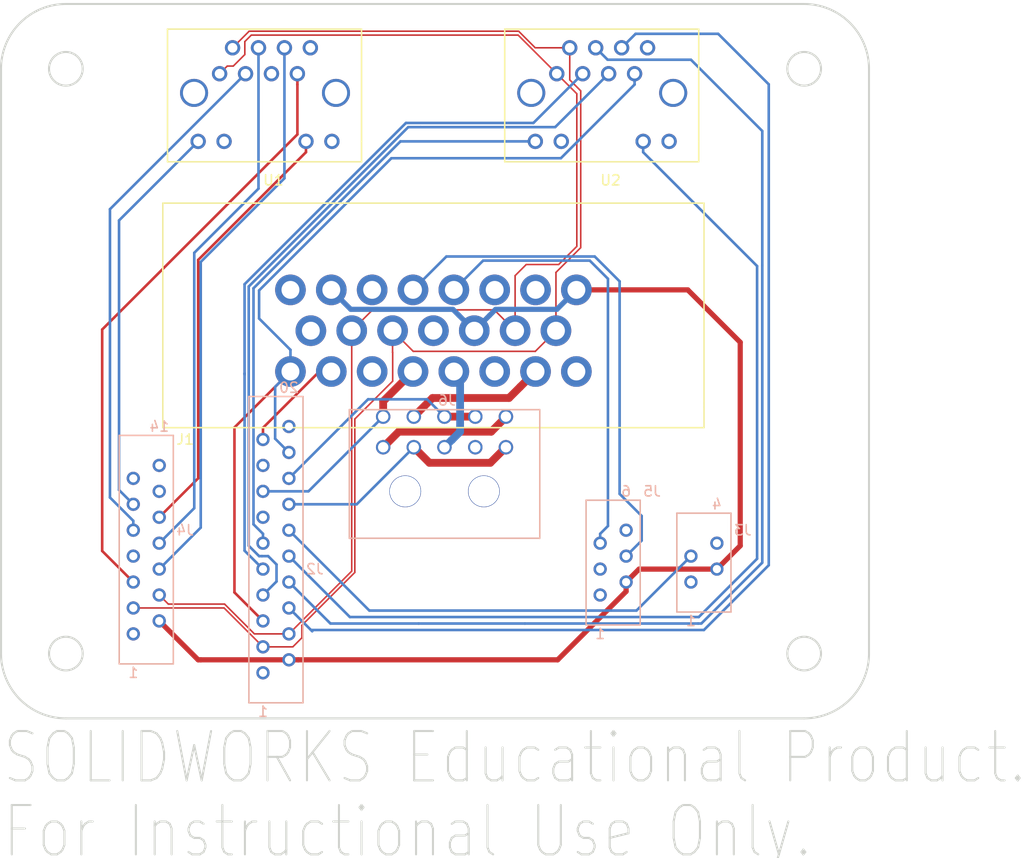
<source format=kicad_pcb>
(kicad_pcb (version 20171130) (host pcbnew 5.0.2-bee76a0~70~ubuntu16.04.1)

  (general
    (thickness 1.6)
    (drawings 14)
    (tracks 247)
    (zones 0)
    (modules 8)
    (nets 34)
  )

  (page A4)
  (layers
    (0 F.Cu signal)
    (1 In1.Cu signal)
    (2 In2.Cu signal)
    (31 B.Cu signal)
    (32 B.Adhes user)
    (33 F.Adhes user)
    (34 B.Paste user)
    (35 F.Paste user)
    (36 B.SilkS user)
    (37 F.SilkS user)
    (38 B.Mask user)
    (39 F.Mask user)
    (40 Dwgs.User user)
    (41 Cmts.User user)
    (42 Eco1.User user)
    (43 Eco2.User user)
    (44 Edge.Cuts user)
    (45 Margin user)
    (46 B.CrtYd user)
    (47 F.CrtYd user)
    (48 B.Fab user)
    (49 F.Fab user)
  )

  (setup
    (last_trace_width 0.1524)
    (user_trace_width 0.1524)
    (user_trace_width 0.254)
    (user_trace_width 0.508)
    (user_trace_width 0.762)
    (trace_clearance 0.1524)
    (zone_clearance 0.508)
    (zone_45_only no)
    (trace_min 0.1524)
    (segment_width 0.2)
    (edge_width 0.15)
    (via_size 0.6096)
    (via_drill 0.3048)
    (via_min_size 0.6096)
    (via_min_drill 0.3048)
    (uvia_size 0.3)
    (uvia_drill 0.1)
    (uvias_allowed no)
    (uvia_min_size 0.2)
    (uvia_min_drill 0.1)
    (pcb_text_width 0.3)
    (pcb_text_size 1.5 1.5)
    (mod_edge_width 0.15)
    (mod_text_size 1 1)
    (mod_text_width 0.15)
    (pad_size 1.524 1.524)
    (pad_drill 0.762)
    (pad_to_mask_clearance 0.051)
    (solder_mask_min_width 0.25)
    (aux_axis_origin 0 0)
    (visible_elements FFFFFF7F)
    (pcbplotparams
      (layerselection 0x010fc_ffffffff)
      (usegerberextensions false)
      (usegerberattributes false)
      (usegerberadvancedattributes false)
      (creategerberjobfile false)
      (excludeedgelayer true)
      (linewidth 0.100000)
      (plotframeref false)
      (viasonmask false)
      (mode 1)
      (useauxorigin false)
      (hpglpennumber 1)
      (hpglpenspeed 20)
      (hpglpendiameter 15.000000)
      (psnegative false)
      (psa4output false)
      (plotreference true)
      (plotvalue true)
      (plotinvisibletext false)
      (padsonsilk false)
      (subtractmaskfromsilk false)
      (outputformat 1)
      (mirror false)
      (drillshape 1)
      (scaleselection 1)
      (outputdirectory ""))
  )

  (net 0 "")
  (net 1 /BSPD_Current_sense)
  (net 2 /Cooling_pressure_sense)
  (net 3 GND)
  (net 4 /12V)
  (net 5 /FAN_PWM)
  (net 6 /Shutdown_E-STOP)
  (net 7 /CAN_LOW)
  (net 8 /CAN_HIGH)
  (net 9 /Shutdown_Final)
  (net 10 /Shutdown_IMD)
  (net 11 /TSAL-_G)
  (net 12 /TSAL-_R)
  (net 13 /TSAL+_G)
  (net 14 /TSAL+_R)
  (net 15 /5V_AIR)
  (net 16 /MISO_AIR)
  (net 17 /MOSI_AIR)
  (net 18 /SCK_AIR)
  (net 19 /RESET_AIR)
  (net 20 /LED1_AIR)
  (net 21 /LED2_AIR)
  (net 22 /IMD_SENSE)
  (net 23 /BMS_SENSE)
  (net 24 /Shutdown_BMS)
  (net 25 /Shutdown_HVD)
  (net 26 /Shutdown_MP)
  (net 27 /5V_BMS)
  (net 28 /MISO_BMS)
  (net 29 /MOSI_BMS)
  (net 30 /SCK_BMS)
  (net 31 /RESET_BMS)
  (net 32 /LED1_BMS)
  (net 33 /LED2_BMS)

  (net_class Default "This is the default net class."
    (clearance 0.1524)
    (trace_width 0.1524)
    (via_dia 0.6096)
    (via_drill 0.3048)
    (uvia_dia 0.3)
    (uvia_drill 0.1)
    (add_net /12V)
    (add_net /5V_AIR)
    (add_net /5V_BMS)
    (add_net /BMS_SENSE)
    (add_net /BSPD_Current_sense)
    (add_net /CAN_HIGH)
    (add_net /CAN_LOW)
    (add_net /Cooling_pressure_sense)
    (add_net /FAN_PWM)
    (add_net /IMD_SENSE)
    (add_net /LED1_AIR)
    (add_net /LED1_BMS)
    (add_net /LED2_AIR)
    (add_net /LED2_BMS)
    (add_net /MISO_AIR)
    (add_net /MISO_BMS)
    (add_net /MOSI_AIR)
    (add_net /MOSI_BMS)
    (add_net /RESET_AIR)
    (add_net /RESET_BMS)
    (add_net /SCK_AIR)
    (add_net /SCK_BMS)
    (add_net /Shutdown_BMS)
    (add_net /Shutdown_E-STOP)
    (add_net /Shutdown_Final)
    (add_net /Shutdown_HVD)
    (add_net /Shutdown_IMD)
    (add_net /Shutdown_MP)
    (add_net /TSAL+_G)
    (add_net /TSAL+_R)
    (add_net /TSAL-_G)
    (add_net /TSAL-_R)
    (add_net GND)
  )

  (module footprints:Ampseal_23 (layer F.Cu) (tedit 5A7B7D60) (tstamp 5C81CB1C)
    (at 130.81 72.39)
    (path /5C7806F4)
    (fp_text reference J1 (at -3.81 10.16) (layer F.SilkS)
      (effects (font (size 1 1) (thickness 0.15)))
    )
    (fp_text value Ampseal_23_VT (at -1.524 -13.97) (layer F.Fab)
      (effects (font (size 1 1) (thickness 0.15)))
    )
    (fp_line (start -6 -13) (end 47 -13) (layer F.SilkS) (width 0.15))
    (fp_line (start 47 -13) (end 47 9) (layer F.SilkS) (width 0.15))
    (fp_line (start 47 9) (end -6 9) (layer F.SilkS) (width 0.15))
    (fp_line (start -6 9) (end -6 -13) (layer F.SilkS) (width 0.15))
    (pad "" np_thru_hole circle (at 41 0) (size 2.85 2.85) (drill 2.85) (layers *.Cu *.Mask))
    (pad "" np_thru_hole circle (at 45.7 6.8) (size 2 2) (drill 2) (layers *.Cu *.Mask))
    (pad "" np_thru_hole circle (at -4.7 6.8) (size 2 2) (drill 2) (layers *.Cu *.Mask))
    (pad "" np_thru_hole circle (at 44.2 -11.3) (size 2 2) (drill 2) (layers *.Cu *.Mask))
    (pad "" np_thru_hole circle (at -3.2 -11.3) (size 2 2) (drill 2) (layers *.Cu *.Mask))
    (pad 23 thru_hole circle (at 34.5 3.5) (size 3 3) (drill 1.75) (layers *.Cu *.Mask)
      (net 1 /BSPD_Current_sense))
    (pad 17 thru_hole circle (at 10.5 3.5) (size 3 3) (drill 1.75) (layers *.Cu *.Mask)
      (net 2 /Cooling_pressure_sense))
    (pad 18 thru_hole circle (at 14.5 3.5) (size 3 3) (drill 1.75) (layers *.Cu *.Mask)
      (net 3 GND))
    (pad 19 thru_hole circle (at 18.5 3.5) (size 3 3) (drill 1.75) (layers *.Cu *.Mask)
      (net 10 /Shutdown_IMD))
    (pad 20 thru_hole circle (at 22.5 3.5) (size 3 3) (drill 1.75) (layers *.Cu *.Mask)
      (net 9 /Shutdown_Final))
    (pad 21 thru_hole circle (at 26.5 3.5) (size 3 3) (drill 1.75) (layers *.Cu *.Mask)
      (net 5 /FAN_PWM))
    (pad 22 thru_hole circle (at 30.5 3.5) (size 3 3) (drill 1.75) (layers *.Cu *.Mask)
      (net 6 /Shutdown_E-STOP))
    (pad 10 thru_hole circle (at 12.5 -0.5) (size 3 3) (drill 1.75) (layers *.Cu *.Mask)
      (net 7 /CAN_LOW))
    (pad 11 thru_hole circle (at 16.5 -0.5) (size 3 3) (drill 1.75) (layers *.Cu *.Mask)
      (net 8 /CAN_HIGH))
    (pad 13 thru_hole circle (at 24.5 -0.5) (size 3 3) (drill 1.75) (layers *.Cu *.Mask)
      (net 4 /12V))
    (pad 12 thru_hole circle (at 20.5 -0.5) (size 3 3) (drill 1.75) (layers *.Cu *.Mask)
      (net 3 GND))
    (pad 14 thru_hole circle (at 28.5 -0.5) (size 3 3) (drill 1.75) (layers *.Cu *.Mask)
      (net 7 /CAN_LOW))
    (pad 15 thru_hole circle (at 32.5 -0.5) (size 3 3) (drill 1.75) (layers *.Cu *.Mask)
      (net 8 /CAN_HIGH))
    (pad 8 thru_hole circle (at 34.5 -4.5) (size 3 3) (drill 1.75) (layers *.Cu *.Mask)
      (net 4 /12V))
    (pad 7 thru_hole circle (at 30.5 -4.5) (size 3 3) (drill 1.75) (layers *.Cu *.Mask)
      (net 3 GND))
    (pad 6 thru_hole circle (at 26.5 -4.5) (size 3 3) (drill 1.75) (layers *.Cu *.Mask)
      (net 11 /TSAL-_G))
    (pad 4 thru_hole circle (at 18.5 -4.5) (size 3 3) (drill 1.75) (layers *.Cu *.Mask)
      (net 12 /TSAL-_R))
    (pad 5 thru_hole circle (at 22.5 -4.5) (size 3 3) (drill 1.75) (layers *.Cu *.Mask)
      (net 13 /TSAL+_G))
    (pad 3 thru_hole circle (at 14.5 -4.5) (size 3 3) (drill 1.75) (layers *.Cu *.Mask)
      (net 14 /TSAL+_R))
    (pad 2 thru_hole circle (at 10.5 -4.5) (size 3 3) (drill 1.75) (layers *.Cu *.Mask)
      (net 4 /12V))
    (pad 16 thru_hole circle (at 6.5 3.5) (size 3 3) (drill 1.75) (layers *.Cu *.Mask)
      (net 15 /5V_AIR))
    (pad 9 thru_hole circle (at 8.5 -0.5) (size 3 3) (drill 1.75) (layers *.Cu *.Mask)
      (net 3 GND))
    (pad 1 thru_hole circle (at 6.5 -4.5) (size 3 3) (drill 1.75) (layers *.Cu *.Mask)
      (net 3 GND))
    (pad "" np_thru_hole circle (at 0 0) (size 2.85 2.85) (drill 2.85) (layers *.Cu *.Mask))
  )

  (module footprints:micromatch_female_ra_20 (layer B.Cu) (tedit 59EE7AE1) (tstamp 5C81CB3A)
    (at 134.62 100.33)
    (path /5C7811DA)
    (fp_text reference J2 (at 5.08 -5.08) (layer B.SilkS)
      (effects (font (size 1 1) (thickness 0.15)) (justify mirror))
    )
    (fp_text value MM_F_RA_20 (at 6.35 0 -90) (layer B.Fab) hide
      (effects (font (size 1 1) (thickness 0.15)) (justify mirror))
    )
    (fp_text user 20 (at 2.54 -22.86) (layer B.SilkS)
      (effects (font (size 1 1) (thickness 0.15)) (justify mirror))
    )
    (fp_text user 1 (at 0 8.89) (layer B.SilkS)
      (effects (font (size 1 1) (thickness 0.15)) (justify mirror))
    )
    (fp_line (start -1.38 -21.99) (end 3.92 -21.99) (layer B.SilkS) (width 0.15))
    (fp_line (start -1.38 8.02) (end 3.92 8.02) (layer B.SilkS) (width 0.15))
    (fp_line (start -1.38 -21.99) (end -1.38 8.02) (layer B.SilkS) (width 0.15))
    (fp_line (start 3.92 -21.99) (end 3.92 8.02) (layer B.SilkS) (width 0.15))
    (pad 5 thru_hole circle (at 0 0) (size 1.3 1.3) (drill 0.8) (layers *.Cu *.Mask)
      (net 15 /5V_AIR))
    (pad 3 thru_hole circle (at 0 2.54) (size 1.3 1.3) (drill 0.8) (layers *.Cu *.Mask)
      (net 8 /CAN_HIGH))
    (pad 1 thru_hole circle (at 0 5.08) (size 1.3 1.3) (drill 0.8) (layers *.Cu *.Mask)
      (net 3 GND))
    (pad 7 thru_hole circle (at 0 -2.54) (size 1.3 1.3) (drill 0.8) (layers *.Cu *.Mask)
      (net 16 /MISO_AIR))
    (pad 2 thru_hole circle (at 2.54 3.81) (size 1.3 1.3) (drill 0.8) (layers *.Cu *.Mask)
      (net 4 /12V))
    (pad 4 thru_hole circle (at 2.54 1.27) (size 1.3 1.3) (drill 0.8) (layers *.Cu *.Mask)
      (net 7 /CAN_LOW))
    (pad 6 thru_hole circle (at 2.54 -1.27) (size 1.3 1.3) (drill 0.8) (layers *.Cu *.Mask)
      (net 17 /MOSI_AIR))
    (pad 8 thru_hole circle (at 2.54 -3.81) (size 1.3 1.3) (drill 0.8) (layers *.Cu *.Mask)
      (net 18 /SCK_AIR))
    (pad 9 thru_hole circle (at 0 -5.08) (size 1.3 1.3) (drill 0.8) (layers *.Cu *.Mask)
      (net 19 /RESET_AIR))
    (pad 10 thru_hole circle (at 2.54 -6.35) (size 1.3 1.3) (drill 0.8) (layers *.Cu *.Mask)
      (net 20 /LED1_AIR))
    (pad 11 thru_hole circle (at 0 -7.62) (size 1.3 1.3) (drill 0.8) (layers *.Cu *.Mask)
      (net 21 /LED2_AIR))
    (pad 12 thru_hole circle (at 2.54 -8.89) (size 1.3 1.3) (drill 0.8) (layers *.Cu *.Mask)
      (net 22 /IMD_SENSE))
    (pad 13 thru_hole circle (at 0 -10.16) (size 1.3 1.3) (drill 0.8) (layers *.Cu *.Mask)
      (net 23 /BMS_SENSE))
    (pad 14 thru_hole circle (at 2.54 -11.43) (size 1.3 1.3) (drill 0.8) (layers *.Cu *.Mask)
      (net 24 /Shutdown_BMS))
    (pad 15 thru_hole circle (at 0 -12.7) (size 1.3 1.3) (drill 0.8) (layers *.Cu *.Mask)
      (net 10 /Shutdown_IMD))
    (pad 16 thru_hole circle (at 2.54 -13.97) (size 1.3 1.3) (drill 0.8) (layers *.Cu *.Mask)
      (net 25 /Shutdown_HVD))
    (pad 17 thru_hole circle (at 0 -15.24) (size 1.3 1.3) (drill 0.8) (layers *.Cu *.Mask)
      (net 26 /Shutdown_MP))
    (pad 18 thru_hole circle (at 2.54 -16.51) (size 1.3 1.3) (drill 0.8) (layers *.Cu *.Mask)
      (net 15 /5V_AIR))
    (pad 19 thru_hole circle (at 0 -17.78) (size 1.3 1.3) (drill 0.8) (layers *.Cu *.Mask)
      (net 2 /Cooling_pressure_sense))
    (pad 20 thru_hole circle (at 2.54 -19.05) (size 1.3 1.3) (drill 0.8) (layers *.Cu *.Mask)
      (net 3 GND))
  )

  (module footprints:micromatch_female_ra_4 (layer B.Cu) (tedit 59EE8038) (tstamp 5C81CB48)
    (at 176.53 91.44)
    (path /5C780DA3)
    (fp_text reference J3 (at 5.08 0) (layer B.SilkS)
      (effects (font (size 1 1) (thickness 0.15)) (justify mirror))
    )
    (fp_text value MM_F_RA_04 (at 6.35 1.27 -90) (layer B.Fab) hide
      (effects (font (size 1 1) (thickness 0.15)) (justify mirror))
    )
    (fp_text user 4 (at 2.54 -2.54) (layer B.SilkS)
      (effects (font (size 1 1) (thickness 0.15)) (justify mirror))
    )
    (fp_text user 1 (at 0 8.89) (layer B.SilkS)
      (effects (font (size 1 1) (thickness 0.15)) (justify mirror))
    )
    (fp_line (start -1.38 -1.67) (end 3.92 -1.67) (layer B.SilkS) (width 0.15))
    (fp_line (start -1.38 8.02) (end 3.92 8.02) (layer B.SilkS) (width 0.15))
    (fp_line (start -1.38 -1.67) (end -1.38 8.02) (layer B.SilkS) (width 0.15))
    (fp_line (start 3.92 -1.67) (end 3.92 8.02) (layer B.SilkS) (width 0.15))
    (pad 3 thru_hole circle (at 0 2.54) (size 1.3 1.3) (drill 0.8) (layers *.Cu *.Mask)
      (net 22 /IMD_SENSE))
    (pad 1 thru_hole circle (at 0 5.08) (size 1.3 1.3) (drill 0.8) (layers *.Cu *.Mask)
      (net 3 GND))
    (pad 2 thru_hole circle (at 2.54 3.81) (size 1.3 1.3) (drill 0.8) (layers *.Cu *.Mask)
      (net 4 /12V))
    (pad 4 thru_hole circle (at 2.54 1.27) (size 1.3 1.3) (drill 0.8) (layers *.Cu *.Mask)
      (net 3 GND))
  )

  (module footprints:micromatch_female_ra_14 (layer B.Cu) (tedit 59EE7F5B) (tstamp 5C81CB60)
    (at 121.92 96.52)
    (path /5C780FF6)
    (fp_text reference J4 (at 5.08 -5.08) (layer B.SilkS)
      (effects (font (size 1 1) (thickness 0.15)) (justify mirror))
    )
    (fp_text value MM_F_RA_14 (at 6.35 0 -90) (layer B.Fab) hide
      (effects (font (size 1 1) (thickness 0.15)) (justify mirror))
    )
    (fp_text user 14 (at 2.54 -15.24) (layer B.SilkS)
      (effects (font (size 1 1) (thickness 0.15)) (justify mirror))
    )
    (fp_text user 1 (at 0 8.89) (layer B.SilkS)
      (effects (font (size 1 1) (thickness 0.15)) (justify mirror))
    )
    (fp_line (start -1.38 -14.37) (end 3.92 -14.37) (layer B.SilkS) (width 0.15))
    (fp_line (start -1.38 8.02) (end 3.92 8.02) (layer B.SilkS) (width 0.15))
    (fp_line (start -1.38 -14.37) (end -1.38 8.02) (layer B.SilkS) (width 0.15))
    (fp_line (start 3.92 -14.37) (end 3.92 8.02) (layer B.SilkS) (width 0.15))
    (pad 5 thru_hole circle (at 0 0) (size 1.3 1.3) (drill 0.8) (layers *.Cu *.Mask)
      (net 27 /5V_BMS))
    (pad 3 thru_hole circle (at 0 2.54) (size 1.3 1.3) (drill 0.8) (layers *.Cu *.Mask)
      (net 8 /CAN_HIGH))
    (pad 1 thru_hole circle (at 0 5.08) (size 1.3 1.3) (drill 0.8) (layers *.Cu *.Mask)
      (net 3 GND))
    (pad 7 thru_hole circle (at 0 -2.54) (size 1.3 1.3) (drill 0.8) (layers *.Cu *.Mask)
      (net 28 /MISO_BMS))
    (pad 2 thru_hole circle (at 2.54 3.81) (size 1.3 1.3) (drill 0.8) (layers *.Cu *.Mask)
      (net 4 /12V))
    (pad 4 thru_hole circle (at 2.54 1.27) (size 1.3 1.3) (drill 0.8) (layers *.Cu *.Mask)
      (net 7 /CAN_LOW))
    (pad 6 thru_hole circle (at 2.54 -1.27) (size 1.3 1.3) (drill 0.8) (layers *.Cu *.Mask)
      (net 29 /MOSI_BMS))
    (pad 8 thru_hole circle (at 2.54 -3.81) (size 1.3 1.3) (drill 0.8) (layers *.Cu *.Mask)
      (net 30 /SCK_BMS))
    (pad 9 thru_hole circle (at 0 -5.08) (size 1.3 1.3) (drill 0.8) (layers *.Cu *.Mask)
      (net 31 /RESET_BMS))
    (pad 10 thru_hole circle (at 2.54 -6.35) (size 1.3 1.3) (drill 0.8) (layers *.Cu *.Mask)
      (net 32 /LED1_BMS))
    (pad 11 thru_hole circle (at 0 -7.62) (size 1.3 1.3) (drill 0.8) (layers *.Cu *.Mask)
      (net 33 /LED2_BMS))
    (pad 12 thru_hole circle (at 2.54 -8.89) (size 1.3 1.3) (drill 0.8) (layers *.Cu *.Mask)
      (net 5 /FAN_PWM))
    (pad 13 thru_hole circle (at 0 -10.16) (size 1.3 1.3) (drill 0.8) (layers *.Cu *.Mask)
      (net 23 /BMS_SENSE))
    (pad 14 thru_hole circle (at 2.54 -11.43) (size 1.3 1.3) (drill 0.8) (layers *.Cu *.Mask)
      (net 1 /BSPD_Current_sense))
  )

  (module footprints:micromatch_female_ra_6 (layer B.Cu) (tedit 59EE800C) (tstamp 5C81CB70)
    (at 167.64 92.71)
    (path /5C781441)
    (fp_text reference J5 (at 5.08 -5.08) (layer B.SilkS)
      (effects (font (size 1 1) (thickness 0.15)) (justify mirror))
    )
    (fp_text value MM_F_RA_06 (at 6.35 0 -90) (layer B.Fab) hide
      (effects (font (size 1 1) (thickness 0.15)) (justify mirror))
    )
    (fp_text user 6 (at 2.54 -5.08) (layer B.SilkS)
      (effects (font (size 1 1) (thickness 0.15)) (justify mirror))
    )
    (fp_text user 1 (at 0 8.89) (layer B.SilkS)
      (effects (font (size 1 1) (thickness 0.15)) (justify mirror))
    )
    (fp_line (start -1.38 -4.21) (end 3.92 -4.21) (layer B.SilkS) (width 0.15))
    (fp_line (start -1.38 8.02) (end 3.92 8.02) (layer B.SilkS) (width 0.15))
    (fp_line (start -1.38 -4.21) (end -1.38 8.02) (layer B.SilkS) (width 0.15))
    (fp_line (start 3.92 -4.21) (end 3.92 8.02) (layer B.SilkS) (width 0.15))
    (pad 5 thru_hole circle (at 0 0) (size 1.3 1.3) (drill 0.8) (layers *.Cu *.Mask)
      (net 13 /TSAL+_G))
    (pad 3 thru_hole circle (at 0 2.54) (size 1.3 1.3) (drill 0.8) (layers *.Cu *.Mask)
      (net 14 /TSAL+_R))
    (pad 1 thru_hole circle (at 0 5.08) (size 1.3 1.3) (drill 0.8) (layers *.Cu *.Mask)
      (net 3 GND))
    (pad 2 thru_hole circle (at 2.54 3.81) (size 1.3 1.3) (drill 0.8) (layers *.Cu *.Mask)
      (net 4 /12V))
    (pad 4 thru_hole circle (at 2.54 1.27) (size 1.3 1.3) (drill 0.8) (layers *.Cu *.Mask)
      (net 12 /TSAL-_R))
    (pad 6 thru_hole circle (at 2.54 -1.27) (size 1.3 1.3) (drill 0.8) (layers *.Cu *.Mask)
      (net 11 /TSAL-_G))
  )

  (module footprints:MicroFit_RA_10 (layer B.Cu) (tedit 5C55C6B4) (tstamp 5C81CB84)
    (at 152.4 87.63)
    (path /5C7815BF)
    (fp_text reference J6 (at 0.2286 -8.9154) (layer B.SilkS)
      (effects (font (size 1 1) (thickness 0.15)) (justify mirror))
    )
    (fp_text value MicroFit_RA_10 (at 0.0508 -2.3876) (layer B.Fab)
      (effects (font (size 1 1) (thickness 0.15)) (justify mirror))
    )
    (fp_line (start 9.325 4.6) (end 9.325 -8) (layer B.SilkS) (width 0.15))
    (fp_line (start -9.325 4.6) (end -9.325 -8) (layer B.SilkS) (width 0.15))
    (fp_line (start -9.3218 4.5974) (end 9.3218 4.5974) (layer B.SilkS) (width 0.15))
    (fp_line (start -9.3218 -8.001) (end 9.3218 -8.001) (layer B.SilkS) (width 0.15))
    (pad 10 thru_hole circle (at 6.01 -7.32) (size 1.42 1.42) (drill 1.02) (layers *.Cu *.Mask)
      (net 26 /Shutdown_MP))
    (pad 9 thru_hole circle (at 3.01 -7.32) (size 1.42 1.42) (drill 1.02) (layers *.Cu *.Mask)
      (net 25 /Shutdown_HVD))
    (pad 8 thru_hole circle (at -0.01 -7.32) (size 1.42 1.42) (drill 1.02) (layers *.Cu *.Mask)
      (net 25 /Shutdown_HVD))
    (pad 7 thru_hole circle (at -3.01 -7.32) (size 1.42 1.42) (drill 1.02) (layers *.Cu *.Mask)
      (net 6 /Shutdown_E-STOP))
    (pad 6 thru_hole circle (at -6.01 -7.32) (size 1.42 1.42) (drill 1.02) (layers *.Cu *.Mask)
      (net 10 /Shutdown_IMD))
    (pad 5 thru_hole circle (at 6.01 -4.32) (size 1.42 1.42) (drill 1.02) (layers *.Cu *.Mask)
      (net 24 /Shutdown_BMS))
    (pad 4 thru_hole circle (at 3.01 -4.32) (size 1.42 1.42) (drill 1.02) (layers *.Cu *.Mask)
      (net 3 GND))
    (pad 3 thru_hole circle (at -0.01 -4.32) (size 1.42 1.42) (drill 1.02) (layers *.Cu *.Mask)
      (net 9 /Shutdown_Final))
    (pad "" thru_hole circle (at 3.85 0) (size 3.1 3.1) (drill 3) (layers *.Cu *.Mask))
    (pad 2 thru_hole circle (at -3.01 -4.32) (size 1.42 1.42) (drill 1.02) (layers *.Cu *.Mask)
      (net 24 /Shutdown_BMS))
    (pad 1 thru_hole circle (at -6.01 -4.32) (size 1.42 1.42) (drill 1.02) (layers *.Cu *.Mask)
      (net 26 /Shutdown_MP))
    (pad "" thru_hole circle (at -3.85 0) (size 3.1 3.1) (drill 3) (layers *.Cu *.Mask))
  )

  (module footprints:RJ45-Vertical (layer F.Cu) (tedit 5A6A89D8) (tstamp 5C81CB9B)
    (at 128.27 53.34)
    (path /5C7809BA)
    (fp_text reference U1 (at 7.366 3.81) (layer F.SilkS)
      (effects (font (size 1 1) (thickness 0.15)))
    )
    (fp_text value RJ45_VT (at 6.4516 -13.0048) (layer F.Fab)
      (effects (font (size 1 1) (thickness 0.15)))
    )
    (fp_line (start 16 2) (end 16 0) (layer F.SilkS) (width 0.15))
    (fp_line (start -3 2) (end 16 2) (layer F.SilkS) (width 0.15))
    (fp_line (start -3 -11) (end -3 2) (layer F.SilkS) (width 0.15))
    (fp_line (start 16 -11) (end -3 -11) (layer F.SilkS) (width 0.15))
    (fp_line (start 16 0) (end 16 -11) (layer F.SilkS) (width 0.15))
    (pad 12 thru_hole circle (at 0 0) (size 1.5 1.5) (drill 0.95) (layers *.Cu *.Mask)
      (net 33 /LED2_BMS))
    (pad 11 thru_hole circle (at 2.54 0) (size 1.5 1.5) (drill 0.95) (layers *.Cu *.Mask)
      (net 3 GND))
    (pad 9 thru_hole circle (at 13.1 0) (size 1.5 1.5) (drill 0.95) (layers *.Cu *.Mask)
      (net 3 GND))
    (pad 10 thru_hole circle (at 10.56 0) (size 1.5 1.5) (drill 0.95) (layers *.Cu *.Mask)
      (net 32 /LED1_BMS))
    (pad 1 thru_hole circle (at 2.1 -6.63) (size 1.5 1.5) (drill 0.95) (layers *.Cu *.Mask)
      (net 7 /CAN_LOW))
    (pad 3 thru_hole circle (at 4.64 -6.63) (size 1.5 1.5) (drill 0.95) (layers *.Cu *.Mask)
      (net 31 /RESET_BMS))
    (pad 5 thru_hole circle (at 7.18 -6.63) (size 1.5 1.5) (drill 0.95) (layers *.Cu *.Mask)
      (net 28 /MISO_BMS))
    (pad 7 thru_hole circle (at 9.72 -6.63) (size 1.5 1.5) (drill 0.95) (layers *.Cu *.Mask)
      (net 27 /5V_BMS))
    (pad 2 thru_hole circle (at 3.37 -9.17) (size 1.5 1.5) (drill 0.95) (layers *.Cu *.Mask)
      (net 8 /CAN_HIGH))
    (pad 4 thru_hole circle (at 5.91 -9.17) (size 1.5 1.5) (drill 0.95) (layers *.Cu *.Mask)
      (net 30 /SCK_BMS))
    (pad 6 thru_hole circle (at 8.45 -9.17) (size 1.5 1.5) (drill 0.95) (layers *.Cu *.Mask F.Paste)
      (net 29 /MOSI_BMS))
    (pad 8 thru_hole circle (at 10.99 -9.17) (size 1.5 1.5) (drill 0.95) (layers *.Cu *.Mask)
      (net 3 GND))
    (pad 13 thru_hole circle (at -0.4 -4.75) (size 2.75 2.75) (drill 2.18) (layers *.Cu *.Mask)
      (net 3 GND))
    (pad 14 thru_hole circle (at 13.5 -4.75) (size 2.75 2.75) (drill 2.18) (layers *.Cu *.Mask)
      (net 3 GND))
  )

  (module footprints:RJ45-Vertical (layer F.Cu) (tedit 5A6A89D8) (tstamp 5C81CBB2)
    (at 161.29 53.34)
    (path /5C782D7E)
    (fp_text reference U2 (at 7.366 3.81) (layer F.SilkS)
      (effects (font (size 1 1) (thickness 0.15)))
    )
    (fp_text value RJ45_VT (at 6.4516 -13.0048) (layer F.Fab)
      (effects (font (size 1 1) (thickness 0.15)))
    )
    (fp_line (start 16 0) (end 16 -11) (layer F.SilkS) (width 0.15))
    (fp_line (start 16 -11) (end -3 -11) (layer F.SilkS) (width 0.15))
    (fp_line (start -3 -11) (end -3 2) (layer F.SilkS) (width 0.15))
    (fp_line (start -3 2) (end 16 2) (layer F.SilkS) (width 0.15))
    (fp_line (start 16 2) (end 16 0) (layer F.SilkS) (width 0.15))
    (pad 14 thru_hole circle (at 13.5 -4.75) (size 2.75 2.75) (drill 2.18) (layers *.Cu *.Mask)
      (net 3 GND))
    (pad 13 thru_hole circle (at -0.4 -4.75) (size 2.75 2.75) (drill 2.18) (layers *.Cu *.Mask)
      (net 3 GND))
    (pad 8 thru_hole circle (at 10.99 -9.17) (size 1.5 1.5) (drill 0.95) (layers *.Cu *.Mask)
      (net 3 GND))
    (pad 6 thru_hole circle (at 8.45 -9.17) (size 1.5 1.5) (drill 0.95) (layers *.Cu *.Mask F.Paste)
      (net 17 /MOSI_AIR))
    (pad 4 thru_hole circle (at 5.91 -9.17) (size 1.5 1.5) (drill 0.95) (layers *.Cu *.Mask)
      (net 18 /SCK_AIR))
    (pad 2 thru_hole circle (at 3.37 -9.17) (size 1.5 1.5) (drill 0.95) (layers *.Cu *.Mask)
      (net 8 /CAN_HIGH))
    (pad 7 thru_hole circle (at 9.72 -6.63) (size 1.5 1.5) (drill 0.95) (layers *.Cu *.Mask)
      (net 15 /5V_AIR))
    (pad 5 thru_hole circle (at 7.18 -6.63) (size 1.5 1.5) (drill 0.95) (layers *.Cu *.Mask)
      (net 16 /MISO_AIR))
    (pad 3 thru_hole circle (at 4.64 -6.63) (size 1.5 1.5) (drill 0.95) (layers *.Cu *.Mask)
      (net 19 /RESET_AIR))
    (pad 1 thru_hole circle (at 2.1 -6.63) (size 1.5 1.5) (drill 0.95) (layers *.Cu *.Mask)
      (net 7 /CAN_LOW))
    (pad 10 thru_hole circle (at 10.56 0) (size 1.5 1.5) (drill 0.95) (layers *.Cu *.Mask)
      (net 20 /LED1_AIR))
    (pad 9 thru_hole circle (at 13.1 0) (size 1.5 1.5) (drill 0.95) (layers *.Cu *.Mask)
      (net 3 GND))
    (pad 11 thru_hole circle (at 2.54 0) (size 1.5 1.5) (drill 0.95) (layers *.Cu *.Mask)
      (net 3 GND))
    (pad 12 thru_hole circle (at 0 0) (size 1.5 1.5) (drill 0.95) (layers *.Cu *.Mask)
      (net 21 /LED2_AIR))
  )

  (gr_arc (start 187.616 103.528) (end 187.616 109.878) (angle -90) (layer Edge.Cuts) (width 0.2))
  (gr_arc (start 115.316 46.228) (end 115.316 39.878) (angle -90) (layer Edge.Cuts) (width 0.2))
  (gr_line (start 115.316 39.878) (end 187.616 39.878) (layer Edge.Cuts) (width 0.2))
  (gr_arc (start 115.316 103.528) (end 108.966 103.528) (angle -90) (layer Edge.Cuts) (width 0.2))
  (gr_line (start 108.966 103.528) (end 108.966 46.228) (layer Edge.Cuts) (width 0.2))
  (gr_text "SOLIDWORKS Educational Product." (at 108.966 110.897566) (layer Edge.Cuts)
    (effects (font (size 4.83362 3.866896) (thickness 0.2)) (justify left top))
  )
  (gr_circle (center 187.616 103.528) (end 189.267 103.528) (layer Edge.Cuts) (width 0.2))
  (gr_circle (center 115.316 103.528) (end 116.967 103.528) (layer Edge.Cuts) (width 0.2))
  (gr_line (start 187.616 109.878) (end 115.316 109.878) (layer Edge.Cuts) (width 0.2))
  (gr_text "For Instructional Use Only." (at 108.966 118.147996) (layer Edge.Cuts)
    (effects (font (size 4.83362 3.866896) (thickness 0.2)) (justify left top))
  )
  (gr_arc (start 187.616 46.228) (end 193.966 46.228) (angle -90) (layer Edge.Cuts) (width 0.2))
  (gr_line (start 193.966 46.228) (end 193.966 103.528) (layer Edge.Cuts) (width 0.2))
  (gr_circle (center 187.616 46.228) (end 189.267 46.228) (layer Edge.Cuts) (width 0.2))
  (gr_circle (center 115.316 46.228) (end 116.967 46.228) (layer Edge.Cuts) (width 0.2))

  (segment (start 125.379238 85.09) (end 131.983238 78.486) (width 0.254) (layer In2.Cu) (net 1))
  (segment (start 124.46 85.09) (end 125.379238 85.09) (width 0.254) (layer In2.Cu) (net 1))
  (segment (start 162.714 78.486) (end 165.31 75.89) (width 0.254) (layer In2.Cu) (net 1))
  (segment (start 131.983238 78.486) (end 162.714 78.486) (width 0.254) (layer In2.Cu) (net 1))
  (segment (start 140.137 75.89) (end 141.31 75.89) (width 0.254) (layer F.Cu) (net 2))
  (segment (start 134.62 81.407) (end 140.137 75.89) (width 0.254) (layer F.Cu) (net 2))
  (segment (start 134.62 82.55) (end 134.62 81.407) (width 0.254) (layer F.Cu) (net 2))
  (segment (start 165.31 67.89) (end 176.221 67.89) (width 0.508) (layer F.Cu) (net 4))
  (segment (start 176.221 67.89) (end 181.356 73.025) (width 0.508) (layer F.Cu) (net 4))
  (segment (start 181.356 92.964) (end 179.07 95.25) (width 0.508) (layer F.Cu) (net 4))
  (segment (start 181.356 73.025) (end 181.356 92.964) (width 0.508) (layer F.Cu) (net 4))
  (segment (start 171.45 95.25) (end 170.18 96.52) (width 0.508) (layer F.Cu) (net 4))
  (segment (start 179.07 95.25) (end 171.45 95.25) (width 0.508) (layer F.Cu) (net 4))
  (segment (start 138.079238 104.14) (end 137.16 104.14) (width 0.508) (layer F.Cu) (net 4))
  (segment (start 163.479238 104.14) (end 138.079238 104.14) (width 0.508) (layer F.Cu) (net 4))
  (segment (start 170.18 97.439238) (end 163.479238 104.14) (width 0.508) (layer F.Cu) (net 4))
  (segment (start 170.18 96.52) (end 170.18 97.439238) (width 0.508) (layer F.Cu) (net 4))
  (segment (start 128.27 104.14) (end 124.46 100.33) (width 0.508) (layer F.Cu) (net 4))
  (segment (start 128.524 104.14) (end 128.27 104.14) (width 0.508) (layer F.Cu) (net 4))
  (segment (start 137.16 104.14) (end 128.524 104.14) (width 0.508) (layer F.Cu) (net 4))
  (segment (start 156.809999 70.390001) (end 155.31 71.89) (width 0.508) (layer B.Cu) (net 4))
  (segment (start 157.403599 69.796401) (end 156.809999 70.390001) (width 0.508) (layer B.Cu) (net 4))
  (segment (start 163.403599 69.796401) (end 157.403599 69.796401) (width 0.508) (layer B.Cu) (net 4))
  (segment (start 165.31 67.89) (end 163.403599 69.796401) (width 0.508) (layer B.Cu) (net 4))
  (segment (start 153.810001 70.390001) (end 155.31 71.89) (width 0.508) (layer B.Cu) (net 4))
  (segment (start 153.216401 69.796401) (end 153.810001 70.390001) (width 0.508) (layer B.Cu) (net 4))
  (segment (start 143.216401 69.796401) (end 153.216401 69.796401) (width 0.508) (layer B.Cu) (net 4))
  (segment (start 141.31 67.89) (end 143.216401 69.796401) (width 0.508) (layer B.Cu) (net 4))
  (segment (start 123.19 86.36) (end 123.317 86.487) (width 0.254) (layer In2.Cu) (net 5))
  (segment (start 123.317 86.487) (end 124.46 87.63) (width 0.254) (layer In2.Cu) (net 5))
  (segment (start 123.19 84.455) (end 123.19 86.36) (width 0.254) (layer In2.Cu) (net 5))
  (segment (start 155.530599 77.669401) (end 155.810001 77.389999) (width 0.254) (layer In2.Cu) (net 5))
  (segment (start 129.975599 77.669401) (end 155.530599 77.669401) (width 0.254) (layer In2.Cu) (net 5))
  (segment (start 155.810001 77.389999) (end 157.31 75.89) (width 0.254) (layer In2.Cu) (net 5))
  (segment (start 123.19 84.455) (end 129.975599 77.669401) (width 0.254) (layer In2.Cu) (net 5))
  (segment (start 159.810001 77.389999) (end 161.31 75.89) (width 0.762) (layer F.Cu) (net 6))
  (segment (start 158.714 78.486) (end 159.810001 77.389999) (width 0.762) (layer F.Cu) (net 6))
  (segment (start 151.214 78.486) (end 158.714 78.486) (width 0.762) (layer F.Cu) (net 6))
  (segment (start 149.39 80.31) (end 151.214 78.486) (width 0.762) (layer F.Cu) (net 6))
  (segment (start 143.31 95.45) (end 137.16 101.6) (width 0.1524) (layer F.Cu) (net 7))
  (segment (start 143.31 71.89) (end 143.31 95.45) (width 0.1524) (layer F.Cu) (net 7))
  (segment (start 137.16 101.6) (end 133.781066 101.6) (width 0.1524) (layer F.Cu) (net 7))
  (segment (start 133.781066 101.6) (end 130.860066 98.679) (width 0.1524) (layer F.Cu) (net 7))
  (segment (start 125.349 98.679) (end 124.46 97.79) (width 0.1524) (layer F.Cu) (net 7))
  (segment (start 130.860066 98.679) (end 125.349 98.679) (width 0.1524) (layer F.Cu) (net 7))
  (segment (start 159.31 71.89) (end 157.27 69.85) (width 0.1524) (layer F.Cu) (net 7))
  (segment (start 145.35 69.85) (end 143.31 71.89) (width 0.1524) (layer F.Cu) (net 7))
  (segment (start 157.27 69.85) (end 145.35 69.85) (width 0.1524) (layer F.Cu) (net 7))
  (segment (start 159.31 71.89) (end 159.31 66.496) (width 0.1524) (layer F.Cu) (net 7))
  (segment (start 159.31 66.496) (end 160.401 65.405) (width 0.1524) (layer F.Cu) (net 7))
  (segment (start 160.401 65.405) (end 163.576 65.405) (width 0.1524) (layer F.Cu) (net 7))
  (segment (start 163.576 65.405) (end 165.354 63.627) (width 0.1524) (layer F.Cu) (net 7))
  (segment (start 165.354 48.674) (end 163.39 46.71) (width 0.1524) (layer F.Cu) (net 7))
  (segment (start 165.354 63.627) (end 165.354 48.674) (width 0.1524) (layer F.Cu) (net 7))
  (segment (start 131.119999 45.960001) (end 130.37 46.71) (width 0.1524) (layer F.Cu) (net 7))
  (segment (start 131.712999 45.960001) (end 131.119999 45.960001) (width 0.1524) (layer F.Cu) (net 7))
  (segment (start 132.842 44.831) (end 131.712999 45.960001) (width 0.1524) (layer F.Cu) (net 7))
  (segment (start 163.39 46.71) (end 159.606 42.926) (width 0.1524) (layer F.Cu) (net 7))
  (segment (start 133.477 42.926) (end 132.842 43.561) (width 0.1524) (layer F.Cu) (net 7))
  (segment (start 159.606 42.926) (end 133.477 42.926) (width 0.1524) (layer F.Cu) (net 7))
  (segment (start 132.842 43.561) (end 132.842 44.831) (width 0.1524) (layer F.Cu) (net 7))
  (segment (start 147.32 74.02132) (end 147.31 74.01132) (width 0.1524) (layer F.Cu) (net 8))
  (segment (start 147.32 76.835) (end 147.32 74.02132) (width 0.1524) (layer F.Cu) (net 8))
  (segment (start 143.61481 80.54019) (end 147.32 76.835) (width 0.1524) (layer F.Cu) (net 8))
  (segment (start 147.31 74.01132) (end 147.31 71.89) (width 0.1524) (layer F.Cu) (net 8))
  (segment (start 138.43 101.981) (end 138.43 100.761066) (width 0.1524) (layer F.Cu) (net 8))
  (segment (start 138.43 100.761066) (end 143.61481 95.576256) (width 0.1524) (layer F.Cu) (net 8))
  (segment (start 143.61481 95.576256) (end 143.61481 80.54019) (width 0.1524) (layer F.Cu) (net 8))
  (segment (start 137.541 102.87) (end 134.62 102.87) (width 0.1524) (layer F.Cu) (net 8))
  (segment (start 137.541 102.87) (end 138.43 101.981) (width 0.1524) (layer F.Cu) (net 8))
  (segment (start 130.81 99.06) (end 121.92 99.06) (width 0.1524) (layer F.Cu) (net 8))
  (segment (start 134.62 102.87) (end 130.81 99.06) (width 0.1524) (layer F.Cu) (net 8))
  (segment (start 147.31 71.89) (end 149.334 73.914) (width 0.1524) (layer F.Cu) (net 8))
  (segment (start 161.286 73.914) (end 163.31 71.89) (width 0.1524) (layer F.Cu) (net 8))
  (segment (start 149.334 73.914) (end 161.286 73.914) (width 0.1524) (layer F.Cu) (net 8))
  (segment (start 163.31 71.89) (end 163.31 66.179) (width 0.1524) (layer F.Cu) (net 8))
  (segment (start 163.31 66.179) (end 165.735 63.754) (width 0.1524) (layer F.Cu) (net 8))
  (segment (start 165.735 63.754) (end 165.735 48.387) (width 0.1524) (layer F.Cu) (net 8))
  (segment (start 164.66 47.312) (end 164.66 44.17) (width 0.1524) (layer F.Cu) (net 8))
  (segment (start 165.735 48.387) (end 164.66 47.312) (width 0.1524) (layer F.Cu) (net 8))
  (segment (start 164.66 44.17) (end 161.281066 44.17) (width 0.1524) (layer F.Cu) (net 8))
  (segment (start 161.281066 44.17) (end 159.656066 42.545) (width 0.1524) (layer F.Cu) (net 8))
  (segment (start 133.265 42.545) (end 131.64 44.17) (width 0.1524) (layer F.Cu) (net 8))
  (segment (start 159.656066 42.545) (end 133.265 42.545) (width 0.1524) (layer F.Cu) (net 8))
  (segment (start 152.39 83.31) (end 153.099999 82.600001) (width 0.762) (layer B.Cu) (net 9))
  (segment (start 153.099999 82.600001) (end 153.111999 82.600001) (width 0.762) (layer B.Cu) (net 9))
  (segment (start 153.924 76.504) (end 153.31 75.89) (width 0.762) (layer B.Cu) (net 9))
  (segment (start 153.924 81.788) (end 153.924 76.504) (width 0.762) (layer B.Cu) (net 9))
  (segment (start 153.111999 82.600001) (end 153.924 81.788) (width 0.762) (layer B.Cu) (net 9))
  (segment (start 146.39 78.81) (end 149.31 75.89) (width 0.762) (layer F.Cu) (net 10))
  (segment (start 146.39 80.31) (end 146.39 78.81) (width 0.762) (layer F.Cu) (net 10))
  (segment (start 139.07 87.63) (end 146.39 80.31) (width 0.254) (layer B.Cu) (net 10))
  (segment (start 134.62 87.63) (end 139.07 87.63) (width 0.254) (layer B.Cu) (net 10))
  (segment (start 169.530001 90.790001) (end 170.18 91.44) (width 0.254) (layer In2.Cu) (net 11))
  (segment (start 166.497 65.532) (end 168.529 67.564) (width 0.254) (layer In2.Cu) (net 11))
  (segment (start 168.529 89.789) (end 169.530001 90.790001) (width 0.254) (layer In2.Cu) (net 11))
  (segment (start 157.31 67.89) (end 158.809999 66.390001) (width 0.254) (layer In2.Cu) (net 11))
  (segment (start 158.809999 66.390001) (end 158.809999 66.361001) (width 0.254) (layer In2.Cu) (net 11))
  (segment (start 168.529 67.564) (end 168.529 89.789) (width 0.254) (layer In2.Cu) (net 11))
  (segment (start 158.809999 66.361001) (end 159.639 65.532) (width 0.254) (layer In2.Cu) (net 11))
  (segment (start 159.639 65.532) (end 166.497 65.532) (width 0.254) (layer In2.Cu) (net 11))
  (segment (start 171.704 90.043) (end 171.704 92.456) (width 0.254) (layer B.Cu) (net 12))
  (segment (start 169.545 87.884) (end 171.704 90.043) (width 0.254) (layer B.Cu) (net 12))
  (segment (start 149.31 67.89) (end 152.58241 64.61759) (width 0.254) (layer B.Cu) (net 12))
  (segment (start 169.545 67.056) (end 169.545 87.884) (width 0.254) (layer B.Cu) (net 12))
  (segment (start 171.704 92.456) (end 170.18 93.98) (width 0.254) (layer B.Cu) (net 12))
  (segment (start 152.58241 64.61759) (end 167.10659 64.61759) (width 0.254) (layer B.Cu) (net 12))
  (segment (start 167.10659 64.61759) (end 169.545 67.056) (width 0.254) (layer B.Cu) (net 12))
  (segment (start 167.64 91.790762) (end 168.402 91.028762) (width 0.254) (layer B.Cu) (net 13))
  (segment (start 167.64 92.71) (end 167.64 91.790762) (width 0.254) (layer B.Cu) (net 13))
  (segment (start 168.402 91.028762) (end 168.402 66.802) (width 0.254) (layer B.Cu) (net 13))
  (segment (start 168.402 66.802) (end 166.624 65.024) (width 0.254) (layer B.Cu) (net 13))
  (segment (start 156.176 65.024) (end 153.31 67.89) (width 0.254) (layer B.Cu) (net 13))
  (segment (start 166.624 65.024) (end 156.176 65.024) (width 0.254) (layer B.Cu) (net 13))
  (segment (start 168.559238 95.25) (end 167.64 95.25) (width 0.254) (layer In2.Cu) (net 14))
  (segment (start 171.069 95.25) (end 170.688 95.25) (width 0.254) (layer In2.Cu) (net 14))
  (segment (start 170.688 95.25) (end 168.559238 95.25) (width 0.254) (layer In2.Cu) (net 14))
  (segment (start 169.545 67.31) (end 167.132 64.897) (width 0.254) (layer In2.Cu) (net 14))
  (segment (start 167.132 64.897) (end 148.303 64.897) (width 0.254) (layer In2.Cu) (net 14))
  (segment (start 170.688 95.25) (end 171.831 94.107) (width 0.254) (layer In2.Cu) (net 14))
  (segment (start 171.831 94.107) (end 171.831 89.662) (width 0.254) (layer In2.Cu) (net 14))
  (segment (start 171.831 89.662) (end 169.545 87.376) (width 0.254) (layer In2.Cu) (net 14))
  (segment (start 148.303 64.897) (end 145.31 67.89) (width 0.254) (layer In2.Cu) (net 14))
  (segment (start 169.545 87.376) (end 169.545 67.31) (width 0.254) (layer In2.Cu) (net 14))
  (segment (start 134.62 100.33) (end 131.826 97.536) (width 0.254) (layer F.Cu) (net 15))
  (segment (start 131.826 81.374) (end 137.31 75.89) (width 0.254) (layer F.Cu) (net 15))
  (segment (start 131.826 97.536) (end 131.826 81.374) (width 0.254) (layer F.Cu) (net 15))
  (segment (start 135.810001 77.389999) (end 137.31 75.89) (width 0.254) (layer B.Cu) (net 15))
  (segment (start 135.810001 82.470001) (end 135.810001 77.389999) (width 0.254) (layer B.Cu) (net 15))
  (segment (start 137.16 83.82) (end 135.810001 82.470001) (width 0.254) (layer B.Cu) (net 15))
  (segment (start 137.31 73.76868) (end 134.239 70.69768) (width 0.254) (layer B.Cu) (net 15))
  (segment (start 137.31 75.89) (end 137.31 73.76868) (width 0.254) (layer B.Cu) (net 15))
  (segment (start 134.239 70.69768) (end 134.239 67.945) (width 0.254) (layer B.Cu) (net 15))
  (segment (start 134.239 67.945) (end 147.193 54.991) (width 0.254) (layer B.Cu) (net 15))
  (segment (start 163.78966 54.991) (end 171.01 47.77066) (width 0.254) (layer B.Cu) (net 15))
  (segment (start 171.01 47.77066) (end 171.01 46.71) (width 0.254) (layer B.Cu) (net 15))
  (segment (start 147.193 54.991) (end 163.78966 54.991) (width 0.254) (layer B.Cu) (net 15))
  (segment (start 135.128 93.98) (end 134.514486 93.98) (width 0.254) (layer B.Cu) (net 16))
  (segment (start 163.237 51.943) (end 150.048736 51.943) (width 0.254) (layer B.Cu) (net 16))
  (segment (start 134.514486 93.98) (end 134.239 93.98) (width 0.254) (layer B.Cu) (net 16))
  (segment (start 133.223 92.964) (end 134.239 93.98) (width 0.254) (layer B.Cu) (net 16))
  (segment (start 135.945648 96.464352) (end 135.945648 94.797648) (width 0.254) (layer B.Cu) (net 16))
  (segment (start 150.048736 51.943) (end 148.844 51.943) (width 0.254) (layer B.Cu) (net 16))
  (segment (start 133.223 68.768736) (end 133.223 92.964) (width 0.254) (layer B.Cu) (net 16))
  (segment (start 148.844 51.943) (end 134.493 66.294) (width 0.254) (layer B.Cu) (net 16))
  (segment (start 134.62 97.79) (end 135.945648 96.464352) (width 0.254) (layer B.Cu) (net 16))
  (segment (start 168.47 46.71) (end 163.237 51.943) (width 0.254) (layer B.Cu) (net 16))
  (segment (start 135.945648 94.797648) (end 135.128 93.98) (width 0.254) (layer B.Cu) (net 16))
  (segment (start 133.223 67.564) (end 134.493 66.294) (width 0.254) (layer B.Cu) (net 16))
  (segment (start 133.223 68.768736) (end 133.223 67.564) (width 0.254) (layer B.Cu) (net 16))
  (segment (start 137.16 99.06) (end 137.809999 99.709999) (width 0.254) (layer B.Cu) (net 17))
  (segment (start 137.809999 99.709999) (end 139.319 101.219) (width 0.254) (layer B.Cu) (net 17))
  (segment (start 139.319 101.219) (end 139.446 101.346) (width 0.254) (layer B.Cu) (net 17))
  (segment (start 179.197 42.799) (end 171.111 42.799) (width 0.254) (layer B.Cu) (net 17))
  (segment (start 139.319 101.219) (end 177.8 101.219) (width 0.254) (layer B.Cu) (net 17))
  (segment (start 171.111 42.799) (end 169.74 44.17) (width 0.254) (layer B.Cu) (net 17))
  (segment (start 177.8 101.219) (end 184.15 94.869) (width 0.254) (layer B.Cu) (net 17))
  (segment (start 184.15 94.869) (end 184.15 47.752) (width 0.254) (layer B.Cu) (net 17))
  (segment (start 184.15 47.752) (end 179.197 42.799) (width 0.254) (layer B.Cu) (net 17))
  (segment (start 137.16 96.52) (end 140.99541 100.35541) (width 0.254) (layer B.Cu) (net 18))
  (segment (start 140.99541 100.35541) (end 141.097 100.457) (width 0.254) (layer B.Cu) (net 18))
  (segment (start 141.097 100.457) (end 141.224 100.584) (width 0.254) (layer B.Cu) (net 18))
  (segment (start 141.224 100.584) (end 149.86 100.584) (width 0.254) (layer B.Cu) (net 18))
  (segment (start 149.86 100.584) (end 160.274 100.584) (width 0.254) (layer B.Cu) (net 18))
  (segment (start 160.274 100.584) (end 177.23175 100.584) (width 0.254) (layer B.Cu) (net 18))
  (segment (start 177.23175 100.584) (end 177.546 100.584) (width 0.254) (layer B.Cu) (net 18))
  (segment (start 177.546 100.584) (end 183.413409 94.716591) (width 0.254) (layer B.Cu) (net 18))
  (segment (start 183.413409 94.716591) (end 183.515 94.615) (width 0.254) (layer B.Cu) (net 18))
  (segment (start 183.515 94.615) (end 183.515 65.532) (width 0.254) (layer B.Cu) (net 18))
  (segment (start 183.515 65.532) (end 183.515 65.405) (width 0.254) (layer B.Cu) (net 18))
  (segment (start 183.515 65.405) (end 183.515 52.324) (width 0.254) (layer B.Cu) (net 18))
  (segment (start 183.515 52.324) (end 176.53 45.339) (width 0.254) (layer B.Cu) (net 18))
  (segment (start 168.369 45.339) (end 167.2 44.17) (width 0.254) (layer B.Cu) (net 18))
  (segment (start 176.53 45.339) (end 168.369 45.339) (width 0.254) (layer B.Cu) (net 18))
  (segment (start 132.81659 93.44659) (end 133.970001 94.600001) (width 0.254) (layer B.Cu) (net 19))
  (segment (start 133.970001 94.600001) (end 134.62 95.25) (width 0.254) (layer B.Cu) (net 19))
  (segment (start 132.81659 76.073) (end 132.81659 76.2) (width 0.254) (layer B.Cu) (net 19))
  (segment (start 132.81659 76.073) (end 132.81659 93.44659) (width 0.254) (layer B.Cu) (net 19))
  (segment (start 148.615409 51.536591) (end 161.103409 51.536591) (width 0.254) (layer B.Cu) (net 19))
  (segment (start 132.81659 67.33541) (end 148.615409 51.536591) (width 0.254) (layer B.Cu) (net 19))
  (segment (start 161.103409 51.536591) (end 165.93 46.71) (width 0.254) (layer B.Cu) (net 19))
  (segment (start 132.81659 76.073) (end 132.81659 67.33541) (width 0.254) (layer B.Cu) (net 19))
  (segment (start 177.292 99.949) (end 143.129 99.949) (width 0.254) (layer B.Cu) (net 20))
  (segment (start 171.85 53.34) (end 171.85 54.40066) (width 0.254) (layer B.Cu) (net 20))
  (segment (start 183.007 65.55766) (end 183.007 94.234) (width 0.254) (layer B.Cu) (net 20))
  (segment (start 171.85 54.40066) (end 183.007 65.55766) (width 0.254) (layer B.Cu) (net 20))
  (segment (start 143.129 99.949) (end 137.16 93.98) (width 0.254) (layer B.Cu) (net 20))
  (segment (start 183.007 94.234) (end 177.292 99.949) (width 0.254) (layer B.Cu) (net 20))
  (segment (start 161.29 53.34) (end 148.082 53.34) (width 0.254) (layer B.Cu) (net 21))
  (segment (start 133.690599 90.861361) (end 134.62 91.790762) (width 0.254) (layer B.Cu) (net 21))
  (segment (start 134.62 91.790762) (end 134.62 92.71) (width 0.254) (layer B.Cu) (net 21))
  (segment (start 148.082 53.34) (end 133.690599 67.731401) (width 0.254) (layer B.Cu) (net 21))
  (segment (start 133.690599 67.731401) (end 133.690599 90.861361) (width 0.254) (layer B.Cu) (net 21))
  (segment (start 137.16 91.44) (end 145.034 99.314) (width 0.254) (layer B.Cu) (net 22))
  (segment (start 171.196 99.314) (end 176.53 93.98) (width 0.254) (layer B.Cu) (net 22))
  (segment (start 145.034 99.314) (end 171.196 99.314) (width 0.254) (layer B.Cu) (net 22))
  (segment (start 134.62 90.17) (end 133.35 88.9) (width 0.254) (layer In2.Cu) (net 23))
  (segment (start 121.92 87.279238) (end 121.92 86.36) (width 0.254) (layer In2.Cu) (net 23))
  (segment (start 123.540762 88.9) (end 121.92 87.279238) (width 0.254) (layer In2.Cu) (net 23))
  (segment (start 133.35 88.9) (end 123.540762 88.9) (width 0.254) (layer In2.Cu) (net 23))
  (segment (start 158.41 83.31) (end 156.884 84.836) (width 0.762) (layer F.Cu) (net 24))
  (segment (start 150.916 84.836) (end 149.39 83.31) (width 0.762) (layer F.Cu) (net 24))
  (segment (start 156.884 84.836) (end 150.916 84.836) (width 0.762) (layer F.Cu) (net 24))
  (segment (start 143.8 88.9) (end 149.39 83.31) (width 0.254) (layer B.Cu) (net 24))
  (segment (start 137.16 88.9) (end 143.8 88.9) (width 0.254) (layer B.Cu) (net 24))
  (segment (start 152.39 80.31) (end 155.41 80.31) (width 0.762) (layer F.Cu) (net 25))
  (segment (start 137.16 86.36) (end 144.907 78.613) (width 0.254) (layer B.Cu) (net 25))
  (segment (start 150.693 78.613) (end 152.39 80.31) (width 0.254) (layer B.Cu) (net 25))
  (segment (start 144.907 78.613) (end 150.693 78.613) (width 0.254) (layer B.Cu) (net 25))
  (segment (start 158.41 80.31) (end 158.41 80.35) (width 0.762) (layer F.Cu) (net 26))
  (segment (start 158.41 80.35) (end 156.972 81.788) (width 0.762) (layer F.Cu) (net 26))
  (segment (start 147.912 81.788) (end 146.39 83.31) (width 0.762) (layer F.Cu) (net 26))
  (segment (start 156.972 81.788) (end 147.912 81.788) (width 0.762) (layer F.Cu) (net 26))
  (segment (start 144.61 85.09) (end 146.39 83.31) (width 0.254) (layer In2.Cu) (net 26))
  (segment (start 134.62 85.09) (end 144.61 85.09) (width 0.254) (layer In2.Cu) (net 26))
  (segment (start 121.92 96.52) (end 118.872 93.472) (width 0.254) (layer F.Cu) (net 27))
  (segment (start 118.872 93.472) (end 118.872 71.774486) (width 0.254) (layer F.Cu) (net 27))
  (segment (start 118.872 71.774486) (end 137.99 52.656486) (width 0.254) (layer F.Cu) (net 27))
  (segment (start 137.99 47.77066) (end 137.99 46.71) (width 0.254) (layer F.Cu) (net 27))
  (segment (start 137.99 52.656486) (end 137.99 47.77066) (width 0.254) (layer F.Cu) (net 27))
  (segment (start 121.000762 93.98) (end 119.38 92.359238) (width 0.254) (layer In2.Cu) (net 28))
  (segment (start 121.92 93.98) (end 121.000762 93.98) (width 0.254) (layer In2.Cu) (net 28))
  (segment (start 119.38 92.359238) (end 119.38 92.329) (width 0.254) (layer In2.Cu) (net 28))
  (segment (start 119.38 92.329) (end 119.253 92.202) (width 0.254) (layer In2.Cu) (net 28))
  (segment (start 119.253 59.655514) (end 127.600514 51.308) (width 0.254) (layer In2.Cu) (net 28))
  (segment (start 119.253 92.202) (end 119.253 59.655514) (width 0.254) (layer In2.Cu) (net 28))
  (segment (start 130.852 51.308) (end 135.45 46.71) (width 0.254) (layer In2.Cu) (net 28))
  (segment (start 127.600514 51.308) (end 130.852 51.308) (width 0.254) (layer In2.Cu) (net 28))
  (segment (start 136.72 44.17) (end 136.72 56.955) (width 0.254) (layer B.Cu) (net 29))
  (segment (start 136.72 56.955) (end 128.524 65.151) (width 0.254) (layer B.Cu) (net 29))
  (segment (start 128.524 91.186) (end 124.46 95.25) (width 0.254) (layer B.Cu) (net 29))
  (segment (start 128.524 65.151) (end 128.524 91.186) (width 0.254) (layer B.Cu) (net 29))
  (segment (start 134.18 57.971) (end 134.18 44.17) (width 0.254) (layer B.Cu) (net 30))
  (segment (start 127.889 64.262) (end 134.18 57.971) (width 0.254) (layer B.Cu) (net 30))
  (segment (start 127.889 89.281) (end 127.889 64.262) (width 0.254) (layer B.Cu) (net 30))
  (segment (start 124.46 92.71) (end 127.889 89.281) (width 0.254) (layer B.Cu) (net 30))
  (segment (start 119.634 59.986) (end 132.91 46.71) (width 0.254) (layer B.Cu) (net 31))
  (segment (start 119.634 88.234762) (end 119.634 59.986) (width 0.254) (layer B.Cu) (net 31))
  (segment (start 121.92 90.520762) (end 119.634 88.234762) (width 0.254) (layer B.Cu) (net 31))
  (segment (start 121.92 91.44) (end 121.92 90.520762) (width 0.254) (layer B.Cu) (net 31))
  (segment (start 138.83 54.40066) (end 128.27 64.96066) (width 0.254) (layer F.Cu) (net 32))
  (segment (start 138.83 53.34) (end 138.83 54.40066) (width 0.254) (layer F.Cu) (net 32))
  (segment (start 128.27 86.36) (end 124.46 90.17) (width 0.254) (layer F.Cu) (net 32))
  (segment (start 128.27 64.96066) (end 128.27 86.36) (width 0.254) (layer F.Cu) (net 32))
  (segment (start 121.92 88.9) (end 120.523 87.503) (width 0.254) (layer B.Cu) (net 33))
  (segment (start 120.523 61.087) (end 128.27 53.34) (width 0.254) (layer B.Cu) (net 33))
  (segment (start 120.523 87.503) (end 120.523 61.087) (width 0.254) (layer B.Cu) (net 33))

  (zone (net 3) (net_name GND) (layer In1.Cu) (tstamp 0) (hatch edge 0.508)
    (connect_pads (clearance 0.508))
    (min_thickness 0.254)
    (fill yes (arc_segments 16) (thermal_gap 0.508) (thermal_bridge_width 0.508))
    (polygon
      (pts
        (xy 118.11 41.91) (xy 118.11 107.95) (xy 184.15 107.95) (xy 184.15 41.91)
      )
    )
    (filled_polygon
      (pts
        (xy 184.023 107.823) (xy 118.237 107.823) (xy 118.237 106.309016) (xy 133.90059 106.309016) (xy 133.956271 106.539611)
        (xy 134.439078 106.707622) (xy 134.949428 106.678083) (xy 135.283729 106.539611) (xy 135.33941 106.309016) (xy 134.62 105.589605)
        (xy 133.90059 106.309016) (xy 118.237 106.309016) (xy 118.237 105.229078) (xy 133.322378 105.229078) (xy 133.351917 105.739428)
        (xy 133.490389 106.073729) (xy 133.720984 106.12941) (xy 134.440395 105.41) (xy 134.799605 105.41) (xy 135.519016 106.12941)
        (xy 135.749611 106.073729) (xy 135.917622 105.590922) (xy 135.888083 105.080572) (xy 135.749611 104.746271) (xy 135.519016 104.69059)
        (xy 134.799605 105.41) (xy 134.440395 105.41) (xy 133.720984 104.69059) (xy 133.490389 104.746271) (xy 133.322378 105.229078)
        (xy 118.237 105.229078) (xy 118.237 102.499016) (xy 121.20059 102.499016) (xy 121.256271 102.729611) (xy 121.739078 102.897622)
        (xy 122.249428 102.868083) (xy 122.583729 102.729611) (xy 122.63941 102.499016) (xy 121.92 101.779605) (xy 121.20059 102.499016)
        (xy 118.237 102.499016) (xy 118.237 101.419078) (xy 120.622378 101.419078) (xy 120.651917 101.929428) (xy 120.790389 102.263729)
        (xy 121.020984 102.31941) (xy 121.740395 101.6) (xy 122.099605 101.6) (xy 122.819016 102.31941) (xy 123.049611 102.263729)
        (xy 123.217622 101.780922) (xy 123.188083 101.270572) (xy 123.049611 100.936271) (xy 122.819016 100.88059) (xy 122.099605 101.6)
        (xy 121.740395 101.6) (xy 121.020984 100.88059) (xy 120.790389 100.936271) (xy 120.622378 101.419078) (xy 118.237 101.419078)
        (xy 118.237 86.104398) (xy 120.635 86.104398) (xy 120.635 86.615602) (xy 120.830629 87.087894) (xy 121.192106 87.449371)
        (xy 121.628185 87.63) (xy 121.192106 87.810629) (xy 120.830629 88.172106) (xy 120.635 88.644398) (xy 120.635 89.155602)
        (xy 120.830629 89.627894) (xy 121.192106 89.989371) (xy 121.628185 90.17) (xy 121.192106 90.350629) (xy 120.830629 90.712106)
        (xy 120.635 91.184398) (xy 120.635 91.695602) (xy 120.830629 92.167894) (xy 121.192106 92.529371) (xy 121.628185 92.71)
        (xy 121.192106 92.890629) (xy 120.830629 93.252106) (xy 120.635 93.724398) (xy 120.635 94.235602) (xy 120.830629 94.707894)
        (xy 121.192106 95.069371) (xy 121.628185 95.25) (xy 121.192106 95.430629) (xy 120.830629 95.792106) (xy 120.635 96.264398)
        (xy 120.635 96.775602) (xy 120.830629 97.247894) (xy 121.192106 97.609371) (xy 121.628185 97.79) (xy 121.192106 97.970629)
        (xy 120.830629 98.332106) (xy 120.635 98.804398) (xy 120.635 99.315602) (xy 120.830629 99.787894) (xy 121.192106 100.149371)
        (xy 121.627634 100.329772) (xy 121.590572 100.331917) (xy 121.256271 100.470389) (xy 121.20059 100.700984) (xy 121.92 101.420395)
        (xy 122.63941 100.700984) (xy 122.583729 100.470389) (xy 122.197426 100.33596) (xy 122.647894 100.149371) (xy 123.009371 99.787894)
        (xy 123.205 99.315602) (xy 123.205 98.804398) (xy 123.009371 98.332106) (xy 122.647894 97.970629) (xy 122.211815 97.79)
        (xy 122.647894 97.609371) (xy 123.009371 97.247894) (xy 123.205 96.775602) (xy 123.205 96.264398) (xy 123.009371 95.792106)
        (xy 122.647894 95.430629) (xy 122.211815 95.25) (xy 122.647894 95.069371) (xy 123.009371 94.707894) (xy 123.205 94.235602)
        (xy 123.205 93.724398) (xy 123.009371 93.252106) (xy 122.647894 92.890629) (xy 122.211815 92.71) (xy 122.647894 92.529371)
        (xy 123.009371 92.167894) (xy 123.205 91.695602) (xy 123.205 91.184398) (xy 123.009371 90.712106) (xy 122.647894 90.350629)
        (xy 122.211815 90.17) (xy 122.647894 89.989371) (xy 123.009371 89.627894) (xy 123.205 89.155602) (xy 123.205 88.644398)
        (xy 123.009371 88.172106) (xy 122.647894 87.810629) (xy 122.211815 87.63) (xy 122.647894 87.449371) (xy 123.009371 87.087894)
        (xy 123.205 86.615602) (xy 123.205 86.104398) (xy 123.009371 85.632106) (xy 122.647894 85.270629) (xy 122.175602 85.075)
        (xy 121.664398 85.075) (xy 121.192106 85.270629) (xy 120.830629 85.632106) (xy 120.635 86.104398) (xy 118.237 86.104398)
        (xy 118.237 84.834398) (xy 123.175 84.834398) (xy 123.175 85.345602) (xy 123.370629 85.817894) (xy 123.732106 86.179371)
        (xy 124.168185 86.36) (xy 123.732106 86.540629) (xy 123.370629 86.902106) (xy 123.175 87.374398) (xy 123.175 87.885602)
        (xy 123.370629 88.357894) (xy 123.732106 88.719371) (xy 124.168185 88.9) (xy 123.732106 89.080629) (xy 123.370629 89.442106)
        (xy 123.175 89.914398) (xy 123.175 90.425602) (xy 123.370629 90.897894) (xy 123.732106 91.259371) (xy 124.168185 91.44)
        (xy 123.732106 91.620629) (xy 123.370629 91.982106) (xy 123.175 92.454398) (xy 123.175 92.965602) (xy 123.370629 93.437894)
        (xy 123.732106 93.799371) (xy 124.168185 93.98) (xy 123.732106 94.160629) (xy 123.370629 94.522106) (xy 123.175 94.994398)
        (xy 123.175 95.505602) (xy 123.370629 95.977894) (xy 123.732106 96.339371) (xy 124.168185 96.52) (xy 123.732106 96.700629)
        (xy 123.370629 97.062106) (xy 123.175 97.534398) (xy 123.175 98.045602) (xy 123.370629 98.517894) (xy 123.732106 98.879371)
        (xy 124.168185 99.06) (xy 123.732106 99.240629) (xy 123.370629 99.602106) (xy 123.175 100.074398) (xy 123.175 100.585602)
        (xy 123.370629 101.057894) (xy 123.732106 101.419371) (xy 124.204398 101.615) (xy 124.715602 101.615) (xy 125.187894 101.419371)
        (xy 125.549371 101.057894) (xy 125.745 100.585602) (xy 125.745 100.074398) (xy 125.549371 99.602106) (xy 125.187894 99.240629)
        (xy 124.751815 99.06) (xy 125.187894 98.879371) (xy 125.549371 98.517894) (xy 125.745 98.045602) (xy 125.745 97.534398)
        (xy 125.549371 97.062106) (xy 125.187894 96.700629) (xy 124.751815 96.52) (xy 125.187894 96.339371) (xy 125.549371 95.977894)
        (xy 125.745 95.505602) (xy 125.745 94.994398) (xy 125.549371 94.522106) (xy 125.187894 94.160629) (xy 124.751815 93.98)
        (xy 125.187894 93.799371) (xy 125.549371 93.437894) (xy 125.745 92.965602) (xy 125.745 92.454398) (xy 125.549371 91.982106)
        (xy 125.187894 91.620629) (xy 124.751815 91.44) (xy 125.187894 91.259371) (xy 125.549371 90.897894) (xy 125.745 90.425602)
        (xy 125.745 89.914398) (xy 125.549371 89.442106) (xy 125.187894 89.080629) (xy 124.751815 88.9) (xy 125.187894 88.719371)
        (xy 125.549371 88.357894) (xy 125.745 87.885602) (xy 125.745 87.374398) (xy 125.549371 86.902106) (xy 125.187894 86.540629)
        (xy 124.751815 86.36) (xy 125.187894 86.179371) (xy 125.549371 85.817894) (xy 125.745 85.345602) (xy 125.745 84.834398)
        (xy 125.549371 84.362106) (xy 125.187894 84.000629) (xy 124.715602 83.805) (xy 124.204398 83.805) (xy 123.732106 84.000629)
        (xy 123.370629 84.362106) (xy 123.175 84.834398) (xy 118.237 84.834398) (xy 118.237 82.294398) (xy 133.335 82.294398)
        (xy 133.335 82.805602) (xy 133.530629 83.277894) (xy 133.892106 83.639371) (xy 134.328185 83.82) (xy 133.892106 84.000629)
        (xy 133.530629 84.362106) (xy 133.335 84.834398) (xy 133.335 85.345602) (xy 133.530629 85.817894) (xy 133.892106 86.179371)
        (xy 134.328185 86.36) (xy 133.892106 86.540629) (xy 133.530629 86.902106) (xy 133.335 87.374398) (xy 133.335 87.885602)
        (xy 133.530629 88.357894) (xy 133.892106 88.719371) (xy 134.328185 88.9) (xy 133.892106 89.080629) (xy 133.530629 89.442106)
        (xy 133.335 89.914398) (xy 133.335 90.425602) (xy 133.530629 90.897894) (xy 133.892106 91.259371) (xy 134.328185 91.44)
        (xy 133.892106 91.620629) (xy 133.530629 91.982106) (xy 133.335 92.454398) (xy 133.335 92.965602) (xy 133.530629 93.437894)
        (xy 133.892106 93.799371) (xy 134.328185 93.98) (xy 133.892106 94.160629) (xy 133.530629 94.522106) (xy 133.335 94.994398)
        (xy 133.335 95.505602) (xy 133.530629 95.977894) (xy 133.892106 96.339371) (xy 134.328185 96.52) (xy 133.892106 96.700629)
        (xy 133.530629 97.062106) (xy 133.335 97.534398) (xy 133.335 98.045602) (xy 133.530629 98.517894) (xy 133.892106 98.879371)
        (xy 134.328185 99.06) (xy 133.892106 99.240629) (xy 133.530629 99.602106) (xy 133.335 100.074398) (xy 133.335 100.585602)
        (xy 133.530629 101.057894) (xy 133.892106 101.419371) (xy 134.328185 101.6) (xy 133.892106 101.780629) (xy 133.530629 102.142106)
        (xy 133.335 102.614398) (xy 133.335 103.125602) (xy 133.530629 103.597894) (xy 133.892106 103.959371) (xy 134.327634 104.139772)
        (xy 134.290572 104.141917) (xy 133.956271 104.280389) (xy 133.90059 104.510984) (xy 134.62 105.230395) (xy 135.33941 104.510984)
        (xy 135.283729 104.280389) (xy 134.897426 104.14596) (xy 135.347894 103.959371) (xy 135.709371 103.597894) (xy 135.905 103.125602)
        (xy 135.905 102.614398) (xy 135.709371 102.142106) (xy 135.347894 101.780629) (xy 134.911815 101.6) (xy 135.347894 101.419371)
        (xy 135.709371 101.057894) (xy 135.905 100.585602) (xy 135.905 100.074398) (xy 135.709371 99.602106) (xy 135.347894 99.240629)
        (xy 134.911815 99.06) (xy 135.347894 98.879371) (xy 135.709371 98.517894) (xy 135.905 98.045602) (xy 135.905 97.534398)
        (xy 135.709371 97.062106) (xy 135.347894 96.700629) (xy 134.911815 96.52) (xy 135.347894 96.339371) (xy 135.709371 95.977894)
        (xy 135.905 95.505602) (xy 135.905 94.994398) (xy 135.709371 94.522106) (xy 135.347894 94.160629) (xy 134.911815 93.98)
        (xy 135.347894 93.799371) (xy 135.709371 93.437894) (xy 135.905 92.965602) (xy 135.905 92.454398) (xy 135.709371 91.982106)
        (xy 135.347894 91.620629) (xy 134.911815 91.44) (xy 135.347894 91.259371) (xy 135.709371 90.897894) (xy 135.905 90.425602)
        (xy 135.905 89.914398) (xy 135.709371 89.442106) (xy 135.347894 89.080629) (xy 134.911815 88.9) (xy 135.347894 88.719371)
        (xy 135.709371 88.357894) (xy 135.905 87.885602) (xy 135.905 87.374398) (xy 135.709371 86.902106) (xy 135.347894 86.540629)
        (xy 134.911815 86.36) (xy 135.347894 86.179371) (xy 135.709371 85.817894) (xy 135.905 85.345602) (xy 135.905 84.834398)
        (xy 135.709371 84.362106) (xy 135.347894 84.000629) (xy 134.911815 83.82) (xy 135.347894 83.639371) (xy 135.422867 83.564398)
        (xy 135.875 83.564398) (xy 135.875 84.075602) (xy 136.070629 84.547894) (xy 136.432106 84.909371) (xy 136.868185 85.09)
        (xy 136.432106 85.270629) (xy 136.070629 85.632106) (xy 135.875 86.104398) (xy 135.875 86.615602) (xy 136.070629 87.087894)
        (xy 136.432106 87.449371) (xy 136.868185 87.63) (xy 136.432106 87.810629) (xy 136.070629 88.172106) (xy 135.875 88.644398)
        (xy 135.875 89.155602) (xy 136.070629 89.627894) (xy 136.432106 89.989371) (xy 136.868185 90.17) (xy 136.432106 90.350629)
        (xy 136.070629 90.712106) (xy 135.875 91.184398) (xy 135.875 91.695602) (xy 136.070629 92.167894) (xy 136.432106 92.529371)
        (xy 136.868185 92.71) (xy 136.432106 92.890629) (xy 136.070629 93.252106) (xy 135.875 93.724398) (xy 135.875 94.235602)
        (xy 136.070629 94.707894) (xy 136.432106 95.069371) (xy 136.868185 95.25) (xy 136.432106 95.430629) (xy 136.070629 95.792106)
        (xy 135.875 96.264398) (xy 135.875 96.775602) (xy 136.070629 97.247894) (xy 136.432106 97.609371) (xy 136.868185 97.79)
        (xy 136.432106 97.970629) (xy 136.070629 98.332106) (xy 135.875 98.804398) (xy 135.875 99.315602) (xy 136.070629 99.787894)
        (xy 136.432106 100.149371) (xy 136.868185 100.33) (xy 136.432106 100.510629) (xy 136.070629 100.872106) (xy 135.875 101.344398)
        (xy 135.875 101.855602) (xy 136.070629 102.327894) (xy 136.432106 102.689371) (xy 136.868185 102.87) (xy 136.432106 103.050629)
        (xy 136.070629 103.412106) (xy 135.875 103.884398) (xy 135.875 104.395602) (xy 136.070629 104.867894) (xy 136.432106 105.229371)
        (xy 136.904398 105.425) (xy 137.415602 105.425) (xy 137.887894 105.229371) (xy 138.249371 104.867894) (xy 138.445 104.395602)
        (xy 138.445 103.884398) (xy 138.249371 103.412106) (xy 137.887894 103.050629) (xy 137.451815 102.87) (xy 137.887894 102.689371)
        (xy 138.249371 102.327894) (xy 138.445 101.855602) (xy 138.445 101.344398) (xy 138.249371 100.872106) (xy 137.887894 100.510629)
        (xy 137.451815 100.33) (xy 137.887894 100.149371) (xy 138.249371 99.787894) (xy 138.445 99.315602) (xy 138.445 98.804398)
        (xy 138.397208 98.689016) (xy 166.92059 98.689016) (xy 166.976271 98.919611) (xy 167.459078 99.087622) (xy 167.969428 99.058083)
        (xy 168.303729 98.919611) (xy 168.35941 98.689016) (xy 167.64 97.969605) (xy 166.92059 98.689016) (xy 138.397208 98.689016)
        (xy 138.249371 98.332106) (xy 137.887894 97.970629) (xy 137.451815 97.79) (xy 137.887894 97.609371) (xy 137.888187 97.609078)
        (xy 166.342378 97.609078) (xy 166.371917 98.119428) (xy 166.510389 98.453729) (xy 166.740984 98.50941) (xy 167.460395 97.79)
        (xy 167.819605 97.79) (xy 168.539016 98.50941) (xy 168.769611 98.453729) (xy 168.937622 97.970922) (xy 168.908083 97.460572)
        (xy 168.769611 97.126271) (xy 168.539016 97.07059) (xy 167.819605 97.79) (xy 167.460395 97.79) (xy 166.740984 97.07059)
        (xy 166.510389 97.126271) (xy 166.342378 97.609078) (xy 137.888187 97.609078) (xy 138.249371 97.247894) (xy 138.445 96.775602)
        (xy 138.445 96.264398) (xy 138.249371 95.792106) (xy 137.887894 95.430629) (xy 137.451815 95.25) (xy 137.887894 95.069371)
        (xy 138.249371 94.707894) (xy 138.445 94.235602) (xy 138.445 93.724398) (xy 138.249371 93.252106) (xy 137.887894 92.890629)
        (xy 137.451815 92.71) (xy 137.887894 92.529371) (xy 137.962867 92.454398) (xy 166.355 92.454398) (xy 166.355 92.965602)
        (xy 166.550629 93.437894) (xy 166.912106 93.799371) (xy 167.348185 93.98) (xy 166.912106 94.160629) (xy 166.550629 94.522106)
        (xy 166.355 94.994398) (xy 166.355 95.505602) (xy 166.550629 95.977894) (xy 166.912106 96.339371) (xy 167.347634 96.519772)
        (xy 167.310572 96.521917) (xy 166.976271 96.660389) (xy 166.92059 96.890984) (xy 167.64 97.610395) (xy 168.35941 96.890984)
        (xy 168.303729 96.660389) (xy 167.917426 96.52596) (xy 168.367894 96.339371) (xy 168.729371 95.977894) (xy 168.925 95.505602)
        (xy 168.925 94.994398) (xy 168.729371 94.522106) (xy 168.367894 94.160629) (xy 167.931815 93.98) (xy 168.367894 93.799371)
        (xy 168.729371 93.437894) (xy 168.925 92.965602) (xy 168.925 92.454398) (xy 168.729371 91.982106) (xy 168.367894 91.620629)
        (xy 167.895602 91.425) (xy 167.384398 91.425) (xy 166.912106 91.620629) (xy 166.550629 91.982106) (xy 166.355 92.454398)
        (xy 137.962867 92.454398) (xy 138.249371 92.167894) (xy 138.445 91.695602) (xy 138.445 91.184398) (xy 168.895 91.184398)
        (xy 168.895 91.695602) (xy 169.090629 92.167894) (xy 169.452106 92.529371) (xy 169.888185 92.71) (xy 169.452106 92.890629)
        (xy 169.090629 93.252106) (xy 168.895 93.724398) (xy 168.895 94.235602) (xy 169.090629 94.707894) (xy 169.452106 95.069371)
        (xy 169.888185 95.25) (xy 169.452106 95.430629) (xy 169.090629 95.792106) (xy 168.895 96.264398) (xy 168.895 96.775602)
        (xy 169.090629 97.247894) (xy 169.452106 97.609371) (xy 169.924398 97.805) (xy 170.435602 97.805) (xy 170.907894 97.609371)
        (xy 171.098249 97.419016) (xy 175.81059 97.419016) (xy 175.866271 97.649611) (xy 176.349078 97.817622) (xy 176.859428 97.788083)
        (xy 177.193729 97.649611) (xy 177.24941 97.419016) (xy 176.53 96.699605) (xy 175.81059 97.419016) (xy 171.098249 97.419016)
        (xy 171.269371 97.247894) (xy 171.465 96.775602) (xy 171.465 96.339078) (xy 175.232378 96.339078) (xy 175.261917 96.849428)
        (xy 175.400389 97.183729) (xy 175.630984 97.23941) (xy 176.350395 96.52) (xy 176.709605 96.52) (xy 177.429016 97.23941)
        (xy 177.659611 97.183729) (xy 177.827622 96.700922) (xy 177.798083 96.190572) (xy 177.659611 95.856271) (xy 177.429016 95.80059)
        (xy 176.709605 96.52) (xy 176.350395 96.52) (xy 175.630984 95.80059) (xy 175.400389 95.856271) (xy 175.232378 96.339078)
        (xy 171.465 96.339078) (xy 171.465 96.264398) (xy 171.269371 95.792106) (xy 170.907894 95.430629) (xy 170.471815 95.25)
        (xy 170.907894 95.069371) (xy 171.269371 94.707894) (xy 171.465 94.235602) (xy 171.465 93.724398) (xy 175.245 93.724398)
        (xy 175.245 94.235602) (xy 175.440629 94.707894) (xy 175.802106 95.069371) (xy 176.237634 95.249772) (xy 176.200572 95.251917)
        (xy 175.866271 95.390389) (xy 175.81059 95.620984) (xy 176.53 96.340395) (xy 177.24941 95.620984) (xy 177.193729 95.390389)
        (xy 176.807426 95.25596) (xy 177.257894 95.069371) (xy 177.332867 94.994398) (xy 177.785 94.994398) (xy 177.785 95.505602)
        (xy 177.980629 95.977894) (xy 178.342106 96.339371) (xy 178.814398 96.535) (xy 179.325602 96.535) (xy 179.797894 96.339371)
        (xy 180.159371 95.977894) (xy 180.355 95.505602) (xy 180.355 94.994398) (xy 180.159371 94.522106) (xy 179.797894 94.160629)
        (xy 179.362366 93.980228) (xy 179.399428 93.978083) (xy 179.733729 93.839611) (xy 179.78941 93.609016) (xy 179.07 92.889605)
        (xy 178.35059 93.609016) (xy 178.406271 93.839611) (xy 178.792574 93.97404) (xy 178.342106 94.160629) (xy 177.980629 94.522106)
        (xy 177.785 94.994398) (xy 177.332867 94.994398) (xy 177.619371 94.707894) (xy 177.815 94.235602) (xy 177.815 93.724398)
        (xy 177.619371 93.252106) (xy 177.257894 92.890629) (xy 176.785602 92.695) (xy 176.274398 92.695) (xy 175.802106 92.890629)
        (xy 175.440629 93.252106) (xy 175.245 93.724398) (xy 171.465 93.724398) (xy 171.269371 93.252106) (xy 170.907894 92.890629)
        (xy 170.471815 92.71) (xy 170.907894 92.529371) (xy 170.908187 92.529078) (xy 177.772378 92.529078) (xy 177.801917 93.039428)
        (xy 177.940389 93.373729) (xy 178.170984 93.42941) (xy 178.890395 92.71) (xy 179.249605 92.71) (xy 179.969016 93.42941)
        (xy 180.199611 93.373729) (xy 180.367622 92.890922) (xy 180.338083 92.380572) (xy 180.199611 92.046271) (xy 179.969016 91.99059)
        (xy 179.249605 92.71) (xy 178.890395 92.71) (xy 178.170984 91.99059) (xy 177.940389 92.046271) (xy 177.772378 92.529078)
        (xy 170.908187 92.529078) (xy 171.269371 92.167894) (xy 171.417207 91.810984) (xy 178.35059 91.810984) (xy 179.07 92.530395)
        (xy 179.78941 91.810984) (xy 179.733729 91.580389) (xy 179.250922 91.412378) (xy 178.740572 91.441917) (xy 178.406271 91.580389)
        (xy 178.35059 91.810984) (xy 171.417207 91.810984) (xy 171.465 91.695602) (xy 171.465 91.184398) (xy 171.269371 90.712106)
        (xy 170.907894 90.350629) (xy 170.435602 90.155) (xy 169.924398 90.155) (xy 169.452106 90.350629) (xy 169.090629 90.712106)
        (xy 168.895 91.184398) (xy 138.445 91.184398) (xy 138.249371 90.712106) (xy 137.887894 90.350629) (xy 137.451815 90.17)
        (xy 137.887894 89.989371) (xy 138.249371 89.627894) (xy 138.445 89.155602) (xy 138.445 88.644398) (xy 138.249371 88.172106)
        (xy 137.887894 87.810629) (xy 137.451815 87.63) (xy 137.887894 87.449371) (xy 138.141889 87.195376) (xy 146.365 87.195376)
        (xy 146.365 88.064624) (xy 146.697646 88.867703) (xy 147.312297 89.482354) (xy 148.115376 89.815) (xy 148.984624 89.815)
        (xy 149.787703 89.482354) (xy 150.402354 88.867703) (xy 150.735 88.064624) (xy 150.735 87.195376) (xy 154.065 87.195376)
        (xy 154.065 88.064624) (xy 154.397646 88.867703) (xy 155.012297 89.482354) (xy 155.815376 89.815) (xy 156.684624 89.815)
        (xy 157.487703 89.482354) (xy 158.102354 88.867703) (xy 158.435 88.064624) (xy 158.435 87.195376) (xy 158.102354 86.392297)
        (xy 157.487703 85.777646) (xy 156.684624 85.445) (xy 155.815376 85.445) (xy 155.012297 85.777646) (xy 154.397646 86.392297)
        (xy 154.065 87.195376) (xy 150.735 87.195376) (xy 150.402354 86.392297) (xy 149.787703 85.777646) (xy 148.984624 85.445)
        (xy 148.115376 85.445) (xy 147.312297 85.777646) (xy 146.697646 86.392297) (xy 146.365 87.195376) (xy 138.141889 87.195376)
        (xy 138.249371 87.087894) (xy 138.445 86.615602) (xy 138.445 86.104398) (xy 138.249371 85.632106) (xy 137.887894 85.270629)
        (xy 137.451815 85.09) (xy 137.887894 84.909371) (xy 138.249371 84.547894) (xy 138.445 84.075602) (xy 138.445 83.564398)
        (xy 138.249371 83.092106) (xy 138.199728 83.042463) (xy 145.045 83.042463) (xy 145.045 83.577537) (xy 145.249764 84.071881)
        (xy 145.628119 84.450236) (xy 146.122463 84.655) (xy 146.657537 84.655) (xy 147.151881 84.450236) (xy 147.530236 84.071881)
        (xy 147.735 83.577537) (xy 147.735 83.042463) (xy 148.045 83.042463) (xy 148.045 83.577537) (xy 148.249764 84.071881)
        (xy 148.628119 84.450236) (xy 149.122463 84.655) (xy 149.657537 84.655) (xy 150.151881 84.450236) (xy 150.530236 84.071881)
        (xy 150.735 83.577537) (xy 150.735 83.042463) (xy 151.045 83.042463) (xy 151.045 83.577537) (xy 151.249764 84.071881)
        (xy 151.628119 84.450236) (xy 152.122463 84.655) (xy 152.657537 84.655) (xy 153.151881 84.450236) (xy 153.349592 84.252525)
        (xy 154.647081 84.252525) (xy 154.71015 84.489327) (xy 155.214732 84.667377) (xy 155.749041 84.638779) (xy 156.10985 84.489327)
        (xy 156.172919 84.252525) (xy 155.41 83.489605) (xy 154.647081 84.252525) (xy 153.349592 84.252525) (xy 153.530236 84.071881)
        (xy 153.735 83.577537) (xy 153.735 83.114732) (xy 154.052623 83.114732) (xy 154.081221 83.649041) (xy 154.230673 84.00985)
        (xy 154.467475 84.072919) (xy 155.230395 83.31) (xy 155.589605 83.31) (xy 156.352525 84.072919) (xy 156.589327 84.00985)
        (xy 156.767377 83.505268) (xy 156.742607 83.042463) (xy 157.065 83.042463) (xy 157.065 83.577537) (xy 157.269764 84.071881)
        (xy 157.648119 84.450236) (xy 158.142463 84.655) (xy 158.677537 84.655) (xy 159.171881 84.450236) (xy 159.550236 84.071881)
        (xy 159.755 83.577537) (xy 159.755 83.042463) (xy 159.550236 82.548119) (xy 159.171881 82.169764) (xy 158.677537 81.965)
        (xy 158.142463 81.965) (xy 157.648119 82.169764) (xy 157.269764 82.548119) (xy 157.065 83.042463) (xy 156.742607 83.042463)
        (xy 156.738779 82.970959) (xy 156.589327 82.61015) (xy 156.352525 82.547081) (xy 155.589605 83.31) (xy 155.230395 83.31)
        (xy 154.467475 82.547081) (xy 154.230673 82.61015) (xy 154.052623 83.114732) (xy 153.735 83.114732) (xy 153.735 83.042463)
        (xy 153.530236 82.548119) (xy 153.349592 82.367475) (xy 154.647081 82.367475) (xy 155.41 83.130395) (xy 156.172919 82.367475)
        (xy 156.10985 82.130673) (xy 155.605268 81.952623) (xy 155.070959 81.981221) (xy 154.71015 82.130673) (xy 154.647081 82.367475)
        (xy 153.349592 82.367475) (xy 153.151881 82.169764) (xy 152.657537 81.965) (xy 152.122463 81.965) (xy 151.628119 82.169764)
        (xy 151.249764 82.548119) (xy 151.045 83.042463) (xy 150.735 83.042463) (xy 150.530236 82.548119) (xy 150.151881 82.169764)
        (xy 149.657537 81.965) (xy 149.122463 81.965) (xy 148.628119 82.169764) (xy 148.249764 82.548119) (xy 148.045 83.042463)
        (xy 147.735 83.042463) (xy 147.530236 82.548119) (xy 147.151881 82.169764) (xy 146.657537 81.965) (xy 146.122463 81.965)
        (xy 145.628119 82.169764) (xy 145.249764 82.548119) (xy 145.045 83.042463) (xy 138.199728 83.042463) (xy 137.887894 82.730629)
        (xy 137.452366 82.550228) (xy 137.489428 82.548083) (xy 137.823729 82.409611) (xy 137.87941 82.179016) (xy 137.16 81.459605)
        (xy 136.44059 82.179016) (xy 136.496271 82.409611) (xy 136.882574 82.54404) (xy 136.432106 82.730629) (xy 136.070629 83.092106)
        (xy 135.875 83.564398) (xy 135.422867 83.564398) (xy 135.709371 83.277894) (xy 135.905 82.805602) (xy 135.905 82.294398)
        (xy 135.709371 81.822106) (xy 135.347894 81.460629) (xy 134.875602 81.265) (xy 134.364398 81.265) (xy 133.892106 81.460629)
        (xy 133.530629 81.822106) (xy 133.335 82.294398) (xy 118.237 82.294398) (xy 118.237 81.099078) (xy 135.862378 81.099078)
        (xy 135.891917 81.609428) (xy 136.030389 81.943729) (xy 136.260984 81.99941) (xy 136.980395 81.28) (xy 137.339605 81.28)
        (xy 138.059016 81.99941) (xy 138.289611 81.943729) (xy 138.457622 81.460922) (xy 138.428083 80.950572) (xy 138.289611 80.616271)
        (xy 138.059016 80.56059) (xy 137.339605 81.28) (xy 136.980395 81.28) (xy 136.260984 80.56059) (xy 136.030389 80.616271)
        (xy 135.862378 81.099078) (xy 118.237 81.099078) (xy 118.237 78.864778) (xy 124.475 78.864778) (xy 124.475 79.515222)
        (xy 124.723914 80.116153) (xy 125.183847 80.576086) (xy 125.784778 80.825) (xy 126.435222 80.825) (xy 127.036153 80.576086)
        (xy 127.231255 80.380984) (xy 136.44059 80.380984) (xy 137.16 81.100395) (xy 137.87941 80.380984) (xy 137.823729 80.150389)
        (xy 137.513587 80.042463) (xy 145.045 80.042463) (xy 145.045 80.577537) (xy 145.249764 81.071881) (xy 145.628119 81.450236)
        (xy 146.122463 81.655) (xy 146.657537 81.655) (xy 147.151881 81.450236) (xy 147.530236 81.071881) (xy 147.735 80.577537)
        (xy 147.735 80.042463) (xy 148.045 80.042463) (xy 148.045 80.577537) (xy 148.249764 81.071881) (xy 148.628119 81.450236)
        (xy 149.122463 81.655) (xy 149.657537 81.655) (xy 150.151881 81.450236) (xy 150.530236 81.071881) (xy 150.735 80.577537)
        (xy 150.735 80.042463) (xy 151.045 80.042463) (xy 151.045 80.577537) (xy 151.249764 81.071881) (xy 151.628119 81.450236)
        (xy 152.122463 81.655) (xy 152.657537 81.655) (xy 153.151881 81.450236) (xy 153.530236 81.071881) (xy 153.735 80.577537)
        (xy 153.735 80.042463) (xy 154.065 80.042463) (xy 154.065 80.577537) (xy 154.269764 81.071881) (xy 154.648119 81.450236)
        (xy 155.142463 81.655) (xy 155.677537 81.655) (xy 156.171881 81.450236) (xy 156.550236 81.071881) (xy 156.755 80.577537)
        (xy 156.755 80.042463) (xy 157.065 80.042463) (xy 157.065 80.577537) (xy 157.269764 81.071881) (xy 157.648119 81.450236)
        (xy 158.142463 81.655) (xy 158.677537 81.655) (xy 159.171881 81.450236) (xy 159.550236 81.071881) (xy 159.755 80.577537)
        (xy 159.755 80.042463) (xy 159.550236 79.548119) (xy 159.171881 79.169764) (xy 158.677537 78.965) (xy 158.142463 78.965)
        (xy 157.648119 79.169764) (xy 157.269764 79.548119) (xy 157.065 80.042463) (xy 156.755 80.042463) (xy 156.550236 79.548119)
        (xy 156.171881 79.169764) (xy 155.677537 78.965) (xy 155.142463 78.965) (xy 154.648119 79.169764) (xy 154.269764 79.548119)
        (xy 154.065 80.042463) (xy 153.735 80.042463) (xy 153.530236 79.548119) (xy 153.151881 79.169764) (xy 152.657537 78.965)
        (xy 152.122463 78.965) (xy 151.628119 79.169764) (xy 151.249764 79.548119) (xy 151.045 80.042463) (xy 150.735 80.042463)
        (xy 150.530236 79.548119) (xy 150.151881 79.169764) (xy 149.657537 78.965) (xy 149.122463 78.965) (xy 148.628119 79.169764)
        (xy 148.249764 79.548119) (xy 148.045 80.042463) (xy 147.735 80.042463) (xy 147.530236 79.548119) (xy 147.151881 79.169764)
        (xy 146.657537 78.965) (xy 146.122463 78.965) (xy 145.628119 79.169764) (xy 145.249764 79.548119) (xy 145.045 80.042463)
        (xy 137.513587 80.042463) (xy 137.340922 79.982378) (xy 136.830572 80.011917) (xy 136.496271 80.150389) (xy 136.44059 80.380984)
        (xy 127.231255 80.380984) (xy 127.496086 80.116153) (xy 127.745 79.515222) (xy 127.745 78.864778) (xy 174.875 78.864778)
        (xy 174.875 79.515222) (xy 175.123914 80.116153) (xy 175.583847 80.576086) (xy 176.184778 80.825) (xy 176.835222 80.825)
        (xy 177.436153 80.576086) (xy 177.896086 80.116153) (xy 178.145 79.515222) (xy 178.145 78.864778) (xy 177.896086 78.263847)
        (xy 177.436153 77.803914) (xy 176.835222 77.555) (xy 176.184778 77.555) (xy 175.583847 77.803914) (xy 175.123914 78.263847)
        (xy 174.875 78.864778) (xy 127.745 78.864778) (xy 127.496086 78.263847) (xy 127.036153 77.803914) (xy 126.435222 77.555)
        (xy 125.784778 77.555) (xy 125.183847 77.803914) (xy 124.723914 78.263847) (xy 124.475 78.864778) (xy 118.237 78.864778)
        (xy 118.237 75.465322) (xy 135.175 75.465322) (xy 135.175 76.314678) (xy 135.500034 77.09938) (xy 136.10062 77.699966)
        (xy 136.885322 78.025) (xy 137.734678 78.025) (xy 138.51938 77.699966) (xy 139.119966 77.09938) (xy 139.31 76.640597)
        (xy 139.500034 77.09938) (xy 140.10062 77.699966) (xy 140.885322 78.025) (xy 141.734678 78.025) (xy 142.51938 77.699966)
        (xy 142.815376 77.40397) (xy 143.975635 77.40397) (xy 144.135418 77.722739) (xy 144.926187 78.032723) (xy 145.775387 78.016497)
        (xy 146.484582 77.722739) (xy 146.644365 77.40397) (xy 145.31 76.069605) (xy 143.975635 77.40397) (xy 142.815376 77.40397)
        (xy 143.119966 77.09938) (xy 143.30582 76.650688) (xy 143.477261 77.064582) (xy 143.79603 77.224365) (xy 145.130395 75.89)
        (xy 145.489605 75.89) (xy 146.82397 77.224365) (xy 147.142739 77.064582) (xy 147.309457 76.639285) (xy 147.500034 77.09938)
        (xy 148.10062 77.699966) (xy 148.885322 78.025) (xy 149.734678 78.025) (xy 150.51938 77.699966) (xy 151.119966 77.09938)
        (xy 151.31 76.640597) (xy 151.500034 77.09938) (xy 152.10062 77.699966) (xy 152.885322 78.025) (xy 153.734678 78.025)
        (xy 154.51938 77.699966) (xy 155.119966 77.09938) (xy 155.31 76.640597) (xy 155.500034 77.09938) (xy 156.10062 77.699966)
        (xy 156.885322 78.025) (xy 157.734678 78.025) (xy 158.51938 77.699966) (xy 159.119966 77.09938) (xy 159.31 76.640597)
        (xy 159.500034 77.09938) (xy 160.10062 77.699966) (xy 160.885322 78.025) (xy 161.734678 78.025) (xy 162.51938 77.699966)
        (xy 163.119966 77.09938) (xy 163.31 76.640597) (xy 163.500034 77.09938) (xy 164.10062 77.699966) (xy 164.885322 78.025)
        (xy 165.734678 78.025) (xy 166.51938 77.699966) (xy 167.119966 77.09938) (xy 167.445 76.314678) (xy 167.445 75.465322)
        (xy 167.119966 74.68062) (xy 166.51938 74.080034) (xy 165.734678 73.755) (xy 164.885322 73.755) (xy 164.10062 74.080034)
        (xy 163.500034 74.68062) (xy 163.31 75.139403) (xy 163.119966 74.68062) (xy 162.51938 74.080034) (xy 161.734678 73.755)
        (xy 160.885322 73.755) (xy 160.10062 74.080034) (xy 159.500034 74.68062) (xy 159.31 75.139403) (xy 159.119966 74.68062)
        (xy 158.51938 74.080034) (xy 157.734678 73.755) (xy 156.885322 73.755) (xy 156.10062 74.080034) (xy 155.500034 74.68062)
        (xy 155.31 75.139403) (xy 155.119966 74.68062) (xy 154.51938 74.080034) (xy 153.734678 73.755) (xy 152.885322 73.755)
        (xy 152.10062 74.080034) (xy 151.500034 74.68062) (xy 151.31 75.139403) (xy 151.119966 74.68062) (xy 150.51938 74.080034)
        (xy 149.734678 73.755) (xy 148.885322 73.755) (xy 148.10062 74.080034) (xy 147.500034 74.68062) (xy 147.31418 75.129312)
        (xy 147.142739 74.715418) (xy 146.82397 74.555635) (xy 145.489605 75.89) (xy 145.130395 75.89) (xy 143.79603 74.555635)
        (xy 143.477261 74.715418) (xy 143.310543 75.140715) (xy 143.119966 74.68062) (xy 142.815376 74.37603) (xy 143.975635 74.37603)
        (xy 145.31 75.710395) (xy 146.644365 74.37603) (xy 146.484582 74.057261) (xy 145.693813 73.747277) (xy 144.844613 73.763503)
        (xy 144.135418 74.057261) (xy 143.975635 74.37603) (xy 142.815376 74.37603) (xy 142.51938 74.080034) (xy 141.734678 73.755)
        (xy 140.885322 73.755) (xy 140.10062 74.080034) (xy 139.500034 74.68062) (xy 139.31 75.139403) (xy 139.119966 74.68062)
        (xy 138.51938 74.080034) (xy 137.734678 73.755) (xy 136.885322 73.755) (xy 136.10062 74.080034) (xy 135.500034 74.68062)
        (xy 135.175 75.465322) (xy 118.237 75.465322) (xy 118.237 71.98024) (xy 128.75 71.98024) (xy 128.75 72.79976)
        (xy 129.063616 73.556896) (xy 129.643104 74.136384) (xy 130.40024 74.45) (xy 131.21976 74.45) (xy 131.976896 74.136384)
        (xy 132.556384 73.556896) (xy 132.619728 73.40397) (xy 137.975635 73.40397) (xy 138.135418 73.722739) (xy 138.926187 74.032723)
        (xy 139.775387 74.016497) (xy 140.484582 73.722739) (xy 140.644365 73.40397) (xy 139.31 72.069605) (xy 137.975635 73.40397)
        (xy 132.619728 73.40397) (xy 132.87 72.79976) (xy 132.87 71.98024) (xy 132.673641 71.506187) (xy 137.167277 71.506187)
        (xy 137.183503 72.355387) (xy 137.477261 73.064582) (xy 137.79603 73.224365) (xy 139.130395 71.89) (xy 139.489605 71.89)
        (xy 140.82397 73.224365) (xy 141.142739 73.064582) (xy 141.309457 72.639285) (xy 141.500034 73.09938) (xy 142.10062 73.699966)
        (xy 142.885322 74.025) (xy 143.734678 74.025) (xy 144.51938 73.699966) (xy 145.119966 73.09938) (xy 145.31 72.640597)
        (xy 145.500034 73.09938) (xy 146.10062 73.699966) (xy 146.885322 74.025) (xy 147.734678 74.025) (xy 148.51938 73.699966)
        (xy 148.815376 73.40397) (xy 149.975635 73.40397) (xy 150.135418 73.722739) (xy 150.926187 74.032723) (xy 151.775387 74.016497)
        (xy 152.484582 73.722739) (xy 152.644365 73.40397) (xy 151.31 72.069605) (xy 149.975635 73.40397) (xy 148.815376 73.40397)
        (xy 149.119966 73.09938) (xy 149.30582 72.650688) (xy 149.477261 73.064582) (xy 149.79603 73.224365) (xy 151.130395 71.89)
        (xy 151.489605 71.89) (xy 152.82397 73.224365) (xy 153.142739 73.064582) (xy 153.309457 72.639285) (xy 153.500034 73.09938)
        (xy 154.10062 73.699966) (xy 154.885322 74.025) (xy 155.734678 74.025) (xy 156.51938 73.699966) (xy 157.119966 73.09938)
        (xy 157.31 72.640597) (xy 157.500034 73.09938) (xy 158.10062 73.699966) (xy 158.885322 74.025) (xy 159.734678 74.025)
        (xy 160.51938 73.699966) (xy 161.119966 73.09938) (xy 161.31 72.640597) (xy 161.500034 73.09938) (xy 162.10062 73.699966)
        (xy 162.885322 74.025) (xy 163.734678 74.025) (xy 164.51938 73.699966) (xy 165.119966 73.09938) (xy 165.445 72.314678)
        (xy 165.445 71.98024) (xy 169.75 71.98024) (xy 169.75 72.79976) (xy 170.063616 73.556896) (xy 170.643104 74.136384)
        (xy 171.40024 74.45) (xy 172.21976 74.45) (xy 172.976896 74.136384) (xy 173.556384 73.556896) (xy 173.87 72.79976)
        (xy 173.87 71.98024) (xy 173.556384 71.223104) (xy 172.976896 70.643616) (xy 172.21976 70.33) (xy 171.40024 70.33)
        (xy 170.643104 70.643616) (xy 170.063616 71.223104) (xy 169.75 71.98024) (xy 165.445 71.98024) (xy 165.445 71.465322)
        (xy 165.119966 70.68062) (xy 164.51938 70.080034) (xy 163.734678 69.755) (xy 162.885322 69.755) (xy 162.10062 70.080034)
        (xy 161.500034 70.68062) (xy 161.31 71.139403) (xy 161.119966 70.68062) (xy 160.51938 70.080034) (xy 159.734678 69.755)
        (xy 158.885322 69.755) (xy 158.10062 70.080034) (xy 157.500034 70.68062) (xy 157.31 71.139403) (xy 157.119966 70.68062)
        (xy 156.51938 70.080034) (xy 155.734678 69.755) (xy 154.885322 69.755) (xy 154.10062 70.080034) (xy 153.500034 70.68062)
        (xy 153.31418 71.129312) (xy 153.142739 70.715418) (xy 152.82397 70.555635) (xy 151.489605 71.89) (xy 151.130395 71.89)
        (xy 149.79603 70.555635) (xy 149.477261 70.715418) (xy 149.310543 71.140715) (xy 149.119966 70.68062) (xy 148.815376 70.37603)
        (xy 149.975635 70.37603) (xy 151.31 71.710395) (xy 152.644365 70.37603) (xy 152.484582 70.057261) (xy 151.693813 69.747277)
        (xy 150.844613 69.763503) (xy 150.135418 70.057261) (xy 149.975635 70.37603) (xy 148.815376 70.37603) (xy 148.51938 70.080034)
        (xy 147.734678 69.755) (xy 146.885322 69.755) (xy 146.10062 70.080034) (xy 145.500034 70.68062) (xy 145.31 71.139403)
        (xy 145.119966 70.68062) (xy 144.51938 70.080034) (xy 143.734678 69.755) (xy 142.885322 69.755) (xy 142.10062 70.080034)
        (xy 141.500034 70.68062) (xy 141.31418 71.129312) (xy 141.142739 70.715418) (xy 140.82397 70.555635) (xy 139.489605 71.89)
        (xy 139.130395 71.89) (xy 137.79603 70.555635) (xy 137.477261 70.715418) (xy 137.167277 71.506187) (xy 132.673641 71.506187)
        (xy 132.556384 71.223104) (xy 131.976896 70.643616) (xy 131.330887 70.37603) (xy 137.975635 70.37603) (xy 139.31 71.710395)
        (xy 140.644365 70.37603) (xy 140.484582 70.057261) (xy 139.693813 69.747277) (xy 138.844613 69.763503) (xy 138.135418 70.057261)
        (xy 137.975635 70.37603) (xy 131.330887 70.37603) (xy 131.21976 70.33) (xy 130.40024 70.33) (xy 129.643104 70.643616)
        (xy 129.063616 71.223104) (xy 128.75 71.98024) (xy 118.237 71.98024) (xy 118.237 69.40397) (xy 135.975635 69.40397)
        (xy 136.135418 69.722739) (xy 136.926187 70.032723) (xy 137.775387 70.016497) (xy 138.484582 69.722739) (xy 138.644365 69.40397)
        (xy 137.31 68.069605) (xy 135.975635 69.40397) (xy 118.237 69.40397) (xy 118.237 67.506187) (xy 135.167277 67.506187)
        (xy 135.183503 68.355387) (xy 135.477261 69.064582) (xy 135.79603 69.224365) (xy 137.130395 67.89) (xy 137.489605 67.89)
        (xy 138.82397 69.224365) (xy 139.142739 69.064582) (xy 139.309457 68.639285) (xy 139.500034 69.09938) (xy 140.10062 69.699966)
        (xy 140.885322 70.025) (xy 141.734678 70.025) (xy 142.51938 69.699966) (xy 143.119966 69.09938) (xy 143.31 68.640597)
        (xy 143.500034 69.09938) (xy 144.10062 69.699966) (xy 144.885322 70.025) (xy 145.734678 70.025) (xy 146.51938 69.699966)
        (xy 147.119966 69.09938) (xy 147.31 68.640597) (xy 147.500034 69.09938) (xy 148.10062 69.699966) (xy 148.885322 70.025)
        (xy 149.734678 70.025) (xy 150.51938 69.699966) (xy 151.119966 69.09938) (xy 151.31 68.640597) (xy 151.500034 69.09938)
        (xy 152.10062 69.699966) (xy 152.885322 70.025) (xy 153.734678 70.025) (xy 154.51938 69.699966) (xy 155.119966 69.09938)
        (xy 155.31 68.640597) (xy 155.500034 69.09938) (xy 156.10062 69.699966) (xy 156.885322 70.025) (xy 157.734678 70.025)
        (xy 158.51938 69.699966) (xy 158.815376 69.40397) (xy 159.975635 69.40397) (xy 160.135418 69.722739) (xy 160.926187 70.032723)
        (xy 161.775387 70.016497) (xy 162.484582 69.722739) (xy 162.644365 69.40397) (xy 161.31 68.069605) (xy 159.975635 69.40397)
        (xy 158.815376 69.40397) (xy 159.119966 69.09938) (xy 159.30582 68.650688) (xy 159.477261 69.064582) (xy 159.79603 69.224365)
        (xy 161.130395 67.89) (xy 161.489605 67.89) (xy 162.82397 69.224365) (xy 163.142739 69.064582) (xy 163.309457 68.639285)
        (xy 163.500034 69.09938) (xy 164.10062 69.699966) (xy 164.885322 70.025) (xy 165.734678 70.025) (xy 166.51938 69.699966)
        (xy 167.119966 69.09938) (xy 167.445 68.314678) (xy 167.445 67.465322) (xy 167.119966 66.68062) (xy 166.51938 66.080034)
        (xy 165.734678 65.755) (xy 164.885322 65.755) (xy 164.10062 66.080034) (xy 163.500034 66.68062) (xy 163.31418 67.129312)
        (xy 163.142739 66.715418) (xy 162.82397 66.555635) (xy 161.489605 67.89) (xy 161.130395 67.89) (xy 159.79603 66.555635)
        (xy 159.477261 66.715418) (xy 159.310543 67.140715) (xy 159.119966 66.68062) (xy 158.815376 66.37603) (xy 159.975635 66.37603)
        (xy 161.31 67.710395) (xy 162.644365 66.37603) (xy 162.484582 66.057261) (xy 161.693813 65.747277) (xy 160.844613 65.763503)
        (xy 160.135418 66.057261) (xy 159.975635 66.37603) (xy 158.815376 66.37603) (xy 158.51938 66.080034) (xy 157.734678 65.755)
        (xy 156.885322 65.755) (xy 156.10062 66.080034) (xy 155.500034 66.68062) (xy 155.31 67.139403) (xy 155.119966 66.68062)
        (xy 154.51938 66.080034) (xy 153.734678 65.755) (xy 152.885322 65.755) (xy 152.10062 66.080034) (xy 151.500034 66.68062)
        (xy 151.31 67.139403) (xy 151.119966 66.68062) (xy 150.51938 66.080034) (xy 149.734678 65.755) (xy 148.885322 65.755)
        (xy 148.10062 66.080034) (xy 147.500034 66.68062) (xy 147.31 67.139403) (xy 147.119966 66.68062) (xy 146.51938 66.080034)
        (xy 145.734678 65.755) (xy 144.885322 65.755) (xy 144.10062 66.080034) (xy 143.500034 66.68062) (xy 143.31 67.139403)
        (xy 143.119966 66.68062) (xy 142.51938 66.080034) (xy 141.734678 65.755) (xy 140.885322 65.755) (xy 140.10062 66.080034)
        (xy 139.500034 66.68062) (xy 139.31418 67.129312) (xy 139.142739 66.715418) (xy 138.82397 66.555635) (xy 137.489605 67.89)
        (xy 137.130395 67.89) (xy 135.79603 66.555635) (xy 135.477261 66.715418) (xy 135.167277 67.506187) (xy 118.237 67.506187)
        (xy 118.237 66.37603) (xy 135.975635 66.37603) (xy 137.31 67.710395) (xy 138.644365 66.37603) (xy 138.484582 66.057261)
        (xy 137.693813 65.747277) (xy 136.844613 65.763503) (xy 136.135418 66.057261) (xy 135.975635 66.37603) (xy 118.237 66.37603)
        (xy 118.237 60.764778) (xy 125.975 60.764778) (xy 125.975 61.415222) (xy 126.223914 62.016153) (xy 126.683847 62.476086)
        (xy 127.284778 62.725) (xy 127.935222 62.725) (xy 128.536153 62.476086) (xy 128.996086 62.016153) (xy 129.245 61.415222)
        (xy 129.245 60.764778) (xy 173.375 60.764778) (xy 173.375 61.415222) (xy 173.623914 62.016153) (xy 174.083847 62.476086)
        (xy 174.684778 62.725) (xy 175.335222 62.725) (xy 175.936153 62.476086) (xy 176.396086 62.016153) (xy 176.645 61.415222)
        (xy 176.645 60.764778) (xy 176.396086 60.163847) (xy 175.936153 59.703914) (xy 175.335222 59.455) (xy 174.684778 59.455)
        (xy 174.083847 59.703914) (xy 173.623914 60.163847) (xy 173.375 60.764778) (xy 129.245 60.764778) (xy 128.996086 60.163847)
        (xy 128.536153 59.703914) (xy 127.935222 59.455) (xy 127.284778 59.455) (xy 126.683847 59.703914) (xy 126.223914 60.163847)
        (xy 125.975 60.764778) (xy 118.237 60.764778) (xy 118.237 53.064506) (xy 126.885 53.064506) (xy 126.885 53.615494)
        (xy 127.095853 54.12454) (xy 127.48546 54.514147) (xy 127.994506 54.725) (xy 128.545494 54.725) (xy 129.05454 54.514147)
        (xy 129.25717 54.311517) (xy 130.018088 54.311517) (xy 130.086077 54.55246) (xy 130.605171 54.737201) (xy 131.155448 54.70923)
        (xy 131.533923 54.55246) (xy 131.601912 54.311517) (xy 130.81 53.519605) (xy 130.018088 54.311517) (xy 129.25717 54.311517)
        (xy 129.444147 54.12454) (xy 129.533397 53.90907) (xy 129.59754 54.063923) (xy 129.838483 54.131912) (xy 130.630395 53.34)
        (xy 130.989605 53.34) (xy 131.781517 54.131912) (xy 132.02246 54.063923) (xy 132.207201 53.544829) (xy 132.182786 53.064506)
        (xy 137.445 53.064506) (xy 137.445 53.615494) (xy 137.655853 54.12454) (xy 138.04546 54.514147) (xy 138.554506 54.725)
        (xy 139.105494 54.725) (xy 139.61454 54.514147) (xy 139.81717 54.311517) (xy 140.578088 54.311517) (xy 140.646077 54.55246)
        (xy 141.165171 54.737201) (xy 141.715448 54.70923) (xy 142.093923 54.55246) (xy 142.161912 54.311517) (xy 141.37 53.519605)
        (xy 140.578088 54.311517) (xy 139.81717 54.311517) (xy 140.004147 54.12454) (xy 140.093397 53.90907) (xy 140.15754 54.063923)
        (xy 140.398483 54.131912) (xy 141.190395 53.34) (xy 141.549605 53.34) (xy 142.341517 54.131912) (xy 142.58246 54.063923)
        (xy 142.767201 53.544829) (xy 142.742786 53.064506) (xy 159.905 53.064506) (xy 159.905 53.615494) (xy 160.115853 54.12454)
        (xy 160.50546 54.514147) (xy 161.014506 54.725) (xy 161.565494 54.725) (xy 162.07454 54.514147) (xy 162.27717 54.311517)
        (xy 163.038088 54.311517) (xy 163.106077 54.55246) (xy 163.625171 54.737201) (xy 164.175448 54.70923) (xy 164.553923 54.55246)
        (xy 164.621912 54.311517) (xy 163.83 53.519605) (xy 163.038088 54.311517) (xy 162.27717 54.311517) (xy 162.464147 54.12454)
        (xy 162.553397 53.90907) (xy 162.61754 54.063923) (xy 162.858483 54.131912) (xy 163.650395 53.34) (xy 164.009605 53.34)
        (xy 164.801517 54.131912) (xy 165.04246 54.063923) (xy 165.227201 53.544829) (xy 165.202786 53.064506) (xy 170.465 53.064506)
        (xy 170.465 53.615494) (xy 170.675853 54.12454) (xy 171.06546 54.514147) (xy 171.574506 54.725) (xy 172.125494 54.725)
        (xy 172.63454 54.514147) (xy 172.83717 54.311517) (xy 173.598088 54.311517) (xy 173.666077 54.55246) (xy 174.185171 54.737201)
        (xy 174.735448 54.70923) (xy 175.113923 54.55246) (xy 175.181912 54.311517) (xy 174.39 53.519605) (xy 173.598088 54.311517)
        (xy 172.83717 54.311517) (xy 173.024147 54.12454) (xy 173.113397 53.90907) (xy 173.17754 54.063923) (xy 173.418483 54.131912)
        (xy 174.210395 53.34) (xy 174.569605 53.34) (xy 175.361517 54.131912) (xy 175.60246 54.063923) (xy 175.787201 53.544829)
        (xy 175.75923 52.994552) (xy 175.60246 52.616077) (xy 175.361517 52.548088) (xy 174.569605 53.34) (xy 174.210395 53.34)
        (xy 173.418483 52.548088) (xy 173.17754 52.616077) (xy 173.118255 52.782658) (xy 173.024147 52.55546) (xy 172.83717 52.368483)
        (xy 173.598088 52.368483) (xy 174.39 53.160395) (xy 175.181912 52.368483) (xy 175.113923 52.12754) (xy 174.594829 51.942799)
        (xy 174.044552 51.97077) (xy 173.666077 52.12754) (xy 173.598088 52.368483) (xy 172.83717 52.368483) (xy 172.63454 52.165853)
        (xy 172.125494 51.955) (xy 171.574506 51.955) (xy 171.06546 52.165853) (xy 170.675853 52.55546) (xy 170.465 53.064506)
        (xy 165.202786 53.064506) (xy 165.19923 52.994552) (xy 165.04246 52.616077) (xy 164.801517 52.548088) (xy 164.009605 53.34)
        (xy 163.650395 53.34) (xy 162.858483 52.548088) (xy 162.61754 52.616077) (xy 162.558255 52.782658) (xy 162.464147 52.55546)
        (xy 162.27717 52.368483) (xy 163.038088 52.368483) (xy 163.83 53.160395) (xy 164.621912 52.368483) (xy 164.553923 52.12754)
        (xy 164.034829 51.942799) (xy 163.484552 51.97077) (xy 163.106077 52.12754) (xy 163.038088 52.368483) (xy 162.27717 52.368483)
        (xy 162.07454 52.165853) (xy 161.565494 51.955) (xy 161.014506 51.955) (xy 160.50546 52.165853) (xy 160.115853 52.55546)
        (xy 159.905 53.064506) (xy 142.742786 53.064506) (xy 142.73923 52.994552) (xy 142.58246 52.616077) (xy 142.341517 52.548088)
        (xy 141.549605 53.34) (xy 141.190395 53.34) (xy 140.398483 52.548088) (xy 140.15754 52.616077) (xy 140.098255 52.782658)
        (xy 140.004147 52.55546) (xy 139.81717 52.368483) (xy 140.578088 52.368483) (xy 141.37 53.160395) (xy 142.161912 52.368483)
        (xy 142.093923 52.12754) (xy 141.574829 51.942799) (xy 141.024552 51.97077) (xy 140.646077 52.12754) (xy 140.578088 52.368483)
        (xy 139.81717 52.368483) (xy 139.61454 52.165853) (xy 139.105494 51.955) (xy 138.554506 51.955) (xy 138.04546 52.165853)
        (xy 137.655853 52.55546) (xy 137.445 53.064506) (xy 132.182786 53.064506) (xy 132.17923 52.994552) (xy 132.02246 52.616077)
        (xy 131.781517 52.548088) (xy 130.989605 53.34) (xy 130.630395 53.34) (xy 129.838483 52.548088) (xy 129.59754 52.616077)
        (xy 129.538255 52.782658) (xy 129.444147 52.55546) (xy 129.25717 52.368483) (xy 130.018088 52.368483) (xy 130.81 53.160395)
        (xy 131.601912 52.368483) (xy 131.533923 52.12754) (xy 131.014829 51.942799) (xy 130.464552 51.97077) (xy 130.086077 52.12754)
        (xy 130.018088 52.368483) (xy 129.25717 52.368483) (xy 129.05454 52.165853) (xy 128.545494 51.955) (xy 127.994506 51.955)
        (xy 127.48546 52.165853) (xy 127.095853 52.55546) (xy 126.885 53.064506) (xy 118.237 53.064506) (xy 118.237 50.013659)
        (xy 126.625946 50.013659) (xy 126.770467 50.319444) (xy 127.515993 50.608571) (xy 128.315414 50.590389) (xy 128.969533 50.319444)
        (xy 129.114054 50.013659) (xy 140.525946 50.013659) (xy 140.670467 50.319444) (xy 141.415993 50.608571) (xy 142.215414 50.590389)
        (xy 142.869533 50.319444) (xy 143.014054 50.013659) (xy 159.645946 50.013659) (xy 159.790467 50.319444) (xy 160.535993 50.608571)
        (xy 161.335414 50.590389) (xy 161.989533 50.319444) (xy 162.134054 50.013659) (xy 173.545946 50.013659) (xy 173.690467 50.319444)
        (xy 174.435993 50.608571) (xy 175.235414 50.590389) (xy 175.889533 50.319444) (xy 176.034054 50.013659) (xy 174.79 48.769605)
        (xy 173.545946 50.013659) (xy 162.134054 50.013659) (xy 160.89 48.769605) (xy 159.645946 50.013659) (xy 143.014054 50.013659)
        (xy 141.77 48.769605) (xy 140.525946 50.013659) (xy 129.114054 50.013659) (xy 127.87 48.769605) (xy 126.625946 50.013659)
        (xy 118.237 50.013659) (xy 118.237 48.235993) (xy 125.851429 48.235993) (xy 125.869611 49.035414) (xy 126.140556 49.689533)
        (xy 126.446341 49.834054) (xy 127.690395 48.59) (xy 126.446341 47.345946) (xy 126.140556 47.490467) (xy 125.851429 48.235993)
        (xy 118.237 48.235993) (xy 118.237 47.166341) (xy 126.625946 47.166341) (xy 127.87 48.410395) (xy 127.884143 48.396253)
        (xy 128.063748 48.575858) (xy 128.049605 48.59) (xy 129.293659 49.834054) (xy 129.599444 49.689533) (xy 129.888571 48.944007)
        (xy 129.872468 48.235993) (xy 139.751429 48.235993) (xy 139.769611 49.035414) (xy 140.040556 49.689533) (xy 140.346341 49.834054)
        (xy 141.590395 48.59) (xy 141.949605 48.59) (xy 143.193659 49.834054) (xy 143.499444 49.689533) (xy 143.788571 48.944007)
        (xy 143.772468 48.235993) (xy 158.871429 48.235993) (xy 158.889611 49.035414) (xy 159.160556 49.689533) (xy 159.466341 49.834054)
        (xy 160.710395 48.59) (xy 159.466341 47.345946) (xy 159.160556 47.490467) (xy 158.871429 48.235993) (xy 143.772468 48.235993)
        (xy 143.770389 48.144586) (xy 143.499444 47.490467) (xy 143.193659 47.345946) (xy 141.949605 48.59) (xy 141.590395 48.59)
        (xy 140.346341 47.345946) (xy 140.040556 47.490467) (xy 139.751429 48.235993) (xy 129.872468 48.235993) (xy 129.870389 48.144586)
        (xy 129.79918 47.972672) (xy 130.094506 48.095) (xy 130.645494 48.095) (xy 131.15454 47.884147) (xy 131.544147 47.49454)
        (xy 131.64 47.26313) (xy 131.735853 47.49454) (xy 132.12546 47.884147) (xy 132.634506 48.095) (xy 133.185494 48.095)
        (xy 133.69454 47.884147) (xy 134.084147 47.49454) (xy 134.18 47.26313) (xy 134.275853 47.49454) (xy 134.66546 47.884147)
        (xy 135.174506 48.095) (xy 135.725494 48.095) (xy 136.23454 47.884147) (xy 136.624147 47.49454) (xy 136.72 47.26313)
        (xy 136.815853 47.49454) (xy 137.20546 47.884147) (xy 137.714506 48.095) (xy 138.265494 48.095) (xy 138.77454 47.884147)
        (xy 139.164147 47.49454) (xy 139.30009 47.166341) (xy 140.525946 47.166341) (xy 141.77 48.410395) (xy 143.014054 47.166341)
        (xy 159.645946 47.166341) (xy 160.89 48.410395) (xy 160.904143 48.396253) (xy 161.083748 48.575858) (xy 161.069605 48.59)
        (xy 162.313659 49.834054) (xy 162.619444 49.689533) (xy 162.908571 48.944007) (xy 162.892468 48.235993) (xy 172.771429 48.235993)
        (xy 172.789611 49.035414) (xy 173.060556 49.689533) (xy 173.366341 49.834054) (xy 174.610395 48.59) (xy 174.969605 48.59)
        (xy 176.213659 49.834054) (xy 176.519444 49.689533) (xy 176.808571 48.944007) (xy 176.790389 48.144586) (xy 176.519444 47.490467)
        (xy 176.213659 47.345946) (xy 174.969605 48.59) (xy 174.610395 48.59) (xy 173.366341 47.345946) (xy 173.060556 47.490467)
        (xy 172.771429 48.235993) (xy 162.892468 48.235993) (xy 162.890389 48.144586) (xy 162.81918 47.972672) (xy 163.114506 48.095)
        (xy 163.665494 48.095) (xy 164.17454 47.884147) (xy 164.564147 47.49454) (xy 164.66 47.26313) (xy 164.755853 47.49454)
        (xy 165.14546 47.884147) (xy 165.654506 48.095) (xy 166.205494 48.095) (xy 166.71454 47.884147) (xy 167.104147 47.49454)
        (xy 167.2 47.26313) (xy 167.295853 47.49454) (xy 167.68546 47.884147) (xy 168.194506 48.095) (xy 168.745494 48.095)
        (xy 169.25454 47.884147) (xy 169.644147 47.49454) (xy 169.74 47.26313) (xy 169.835853 47.49454) (xy 170.22546 47.884147)
        (xy 170.734506 48.095) (xy 171.285494 48.095) (xy 171.79454 47.884147) (xy 172.184147 47.49454) (xy 172.32009 47.166341)
        (xy 173.545946 47.166341) (xy 174.79 48.410395) (xy 176.034054 47.166341) (xy 175.889533 46.860556) (xy 175.144007 46.571429)
        (xy 174.344586 46.589611) (xy 173.690467 46.860556) (xy 173.545946 47.166341) (xy 172.32009 47.166341) (xy 172.395 46.985494)
        (xy 172.395 46.434506) (xy 172.184147 45.92546) (xy 171.79454 45.535853) (xy 171.285494 45.325) (xy 170.734506 45.325)
        (xy 170.22546 45.535853) (xy 169.835853 45.92546) (xy 169.74 46.15687) (xy 169.644147 45.92546) (xy 169.25454 45.535853)
        (xy 168.745494 45.325) (xy 168.194506 45.325) (xy 167.68546 45.535853) (xy 167.295853 45.92546) (xy 167.2 46.15687)
        (xy 167.104147 45.92546) (xy 166.71454 45.535853) (xy 166.205494 45.325) (xy 165.654506 45.325) (xy 165.14546 45.535853)
        (xy 164.755853 45.92546) (xy 164.66 46.15687) (xy 164.564147 45.92546) (xy 164.17454 45.535853) (xy 163.665494 45.325)
        (xy 163.114506 45.325) (xy 162.60546 45.535853) (xy 162.215853 45.92546) (xy 162.005 46.434506) (xy 162.005 46.893282)
        (xy 161.989533 46.860556) (xy 161.244007 46.571429) (xy 160.444586 46.589611) (xy 159.790467 46.860556) (xy 159.645946 47.166341)
        (xy 143.014054 47.166341) (xy 142.869533 46.860556) (xy 142.124007 46.571429) (xy 141.324586 46.589611) (xy 140.670467 46.860556)
        (xy 140.525946 47.166341) (xy 139.30009 47.166341) (xy 139.375 46.985494) (xy 139.375 46.434506) (xy 139.164147 45.92546)
        (xy 138.77454 45.535853) (xy 138.265494 45.325) (xy 137.714506 45.325) (xy 137.20546 45.535853) (xy 136.815853 45.92546)
        (xy 136.72 46.15687) (xy 136.624147 45.92546) (xy 136.23454 45.535853) (xy 135.725494 45.325) (xy 135.174506 45.325)
        (xy 134.66546 45.535853) (xy 134.275853 45.92546) (xy 134.18 46.15687) (xy 134.084147 45.92546) (xy 133.69454 45.535853)
        (xy 133.185494 45.325) (xy 132.634506 45.325) (xy 132.12546 45.535853) (xy 131.735853 45.92546) (xy 131.64 46.15687)
        (xy 131.544147 45.92546) (xy 131.15454 45.535853) (xy 130.645494 45.325) (xy 130.094506 45.325) (xy 129.58546 45.535853)
        (xy 129.195853 45.92546) (xy 128.985 46.434506) (xy 128.985 46.893282) (xy 128.969533 46.860556) (xy 128.224007 46.571429)
        (xy 127.424586 46.589611) (xy 126.770467 46.860556) (xy 126.625946 47.166341) (xy 118.237 47.166341) (xy 118.237 43.894506)
        (xy 130.255 43.894506) (xy 130.255 44.445494) (xy 130.465853 44.95454) (xy 130.85546 45.344147) (xy 131.364506 45.555)
        (xy 131.915494 45.555) (xy 132.42454 45.344147) (xy 132.814147 44.95454) (xy 132.91 44.72313) (xy 133.005853 44.95454)
        (xy 133.39546 45.344147) (xy 133.904506 45.555) (xy 134.455494 45.555) (xy 134.96454 45.344147) (xy 135.354147 44.95454)
        (xy 135.45 44.72313) (xy 135.545853 44.95454) (xy 135.93546 45.344147) (xy 136.444506 45.555) (xy 136.995494 45.555)
        (xy 137.50454 45.344147) (xy 137.70717 45.141517) (xy 138.468088 45.141517) (xy 138.536077 45.38246) (xy 139.055171 45.567201)
        (xy 139.605448 45.53923) (xy 139.983923 45.38246) (xy 140.051912 45.141517) (xy 139.26 44.349605) (xy 138.468088 45.141517)
        (xy 137.70717 45.141517) (xy 137.894147 44.95454) (xy 137.983397 44.73907) (xy 138.04754 44.893923) (xy 138.288483 44.961912)
        (xy 139.080395 44.17) (xy 139.439605 44.17) (xy 140.231517 44.961912) (xy 140.47246 44.893923) (xy 140.657201 44.374829)
        (xy 140.632786 43.894506) (xy 163.275 43.894506) (xy 163.275 44.445494) (xy 163.485853 44.95454) (xy 163.87546 45.344147)
        (xy 164.384506 45.555) (xy 164.935494 45.555) (xy 165.44454 45.344147) (xy 165.834147 44.95454) (xy 165.93 44.72313)
        (xy 166.025853 44.95454) (xy 166.41546 45.344147) (xy 166.924506 45.555) (xy 167.475494 45.555) (xy 167.98454 45.344147)
        (xy 168.374147 44.95454) (xy 168.47 44.72313) (xy 168.565853 44.95454) (xy 168.95546 45.344147) (xy 169.464506 45.555)
        (xy 170.015494 45.555) (xy 170.52454 45.344147) (xy 170.72717 45.141517) (xy 171.488088 45.141517) (xy 171.556077 45.38246)
        (xy 172.075171 45.567201) (xy 172.625448 45.53923) (xy 173.003923 45.38246) (xy 173.071912 45.141517) (xy 172.28 44.349605)
        (xy 171.488088 45.141517) (xy 170.72717 45.141517) (xy 170.914147 44.95454) (xy 171.003397 44.73907) (xy 171.06754 44.893923)
        (xy 171.308483 44.961912) (xy 172.100395 44.17) (xy 172.459605 44.17) (xy 173.251517 44.961912) (xy 173.49246 44.893923)
        (xy 173.677201 44.374829) (xy 173.64923 43.824552) (xy 173.49246 43.446077) (xy 173.251517 43.378088) (xy 172.459605 44.17)
        (xy 172.100395 44.17) (xy 171.308483 43.378088) (xy 171.06754 43.446077) (xy 171.008255 43.612658) (xy 170.914147 43.38546)
        (xy 170.72717 43.198483) (xy 171.488088 43.198483) (xy 172.28 43.990395) (xy 173.071912 43.198483) (xy 173.003923 42.95754)
        (xy 172.484829 42.772799) (xy 171.934552 42.80077) (xy 171.556077 42.95754) (xy 171.488088 43.198483) (xy 170.72717 43.198483)
        (xy 170.52454 42.995853) (xy 170.015494 42.785) (xy 169.464506 42.785) (xy 168.95546 42.995853) (xy 168.565853 43.38546)
        (xy 168.47 43.61687) (xy 168.374147 43.38546) (xy 167.98454 42.995853) (xy 167.475494 42.785) (xy 166.924506 42.785)
        (xy 166.41546 42.995853) (xy 166.025853 43.38546) (xy 165.93 43.61687) (xy 165.834147 43.38546) (xy 165.44454 42.995853)
        (xy 164.935494 42.785) (xy 164.384506 42.785) (xy 163.87546 42.995853) (xy 163.485853 43.38546) (xy 163.275 43.894506)
        (xy 140.632786 43.894506) (xy 140.62923 43.824552) (xy 140.47246 43.446077) (xy 140.231517 43.378088) (xy 139.439605 44.17)
        (xy 139.080395 44.17) (xy 138.288483 43.378088) (xy 138.04754 43.446077) (xy 137.988255 43.612658) (xy 137.894147 43.38546)
        (xy 137.70717 43.198483) (xy 138.468088 43.198483) (xy 139.26 43.990395) (xy 140.051912 43.198483) (xy 139.983923 42.95754)
        (xy 139.464829 42.772799) (xy 138.914552 42.80077) (xy 138.536077 42.95754) (xy 138.468088 43.198483) (xy 137.70717 43.198483)
        (xy 137.50454 42.995853) (xy 136.995494 42.785) (xy 136.444506 42.785) (xy 135.93546 42.995853) (xy 135.545853 43.38546)
        (xy 135.45 43.61687) (xy 135.354147 43.38546) (xy 134.96454 42.995853) (xy 134.455494 42.785) (xy 133.904506 42.785)
        (xy 133.39546 42.995853) (xy 133.005853 43.38546) (xy 132.91 43.61687) (xy 132.814147 43.38546) (xy 132.42454 42.995853)
        (xy 131.915494 42.785) (xy 131.364506 42.785) (xy 130.85546 42.995853) (xy 130.465853 43.38546) (xy 130.255 43.894506)
        (xy 118.237 43.894506) (xy 118.237 42.037) (xy 184.023 42.037)
      )
    )
  )
)

</source>
